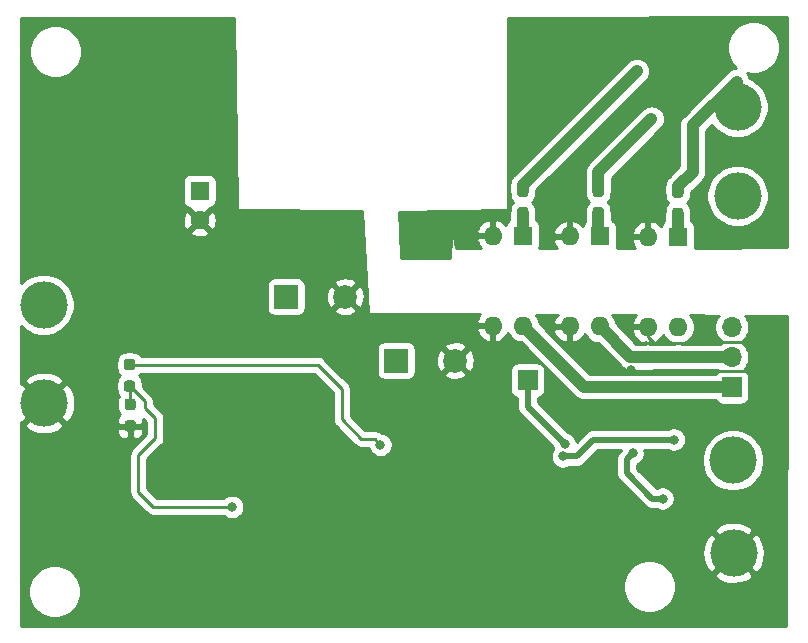
<source format=gbl>
%TF.GenerationSoftware,KiCad,Pcbnew,5.1.10*%
%TF.CreationDate,2021-12-10T15:48:24+01:00*%
%TF.ProjectId,Voeding,566f6564-696e-4672-9e6b-696361645f70,rev?*%
%TF.SameCoordinates,Original*%
%TF.FileFunction,Copper,L2,Bot*%
%TF.FilePolarity,Positive*%
%FSLAX46Y46*%
G04 Gerber Fmt 4.6, Leading zero omitted, Abs format (unit mm)*
G04 Created by KiCad (PCBNEW 5.1.10) date 2021-12-10 15:48:24*
%MOMM*%
%LPD*%
G01*
G04 APERTURE LIST*
%TA.AperFunction,ComponentPad*%
%ADD10C,2.000000*%
%TD*%
%TA.AperFunction,ComponentPad*%
%ADD11R,2.000000X2.000000*%
%TD*%
%TA.AperFunction,ComponentPad*%
%ADD12O,1.600000X1.600000*%
%TD*%
%TA.AperFunction,ComponentPad*%
%ADD13R,1.600000X1.600000*%
%TD*%
%TA.AperFunction,ComponentPad*%
%ADD14O,1.700000X1.700000*%
%TD*%
%TA.AperFunction,ComponentPad*%
%ADD15R,1.700000X1.700000*%
%TD*%
%TA.AperFunction,ComponentPad*%
%ADD16C,4.000000*%
%TD*%
%TA.AperFunction,ComponentPad*%
%ADD17C,1.600000*%
%TD*%
%TA.AperFunction,ViaPad*%
%ADD18C,0.800000*%
%TD*%
%TA.AperFunction,Conductor*%
%ADD19C,0.250000*%
%TD*%
%TA.AperFunction,Conductor*%
%ADD20C,1.000000*%
%TD*%
%TA.AperFunction,Conductor*%
%ADD21C,0.500000*%
%TD*%
%TA.AperFunction,Conductor*%
%ADD22C,0.254000*%
%TD*%
%TA.AperFunction,Conductor*%
%ADD23C,0.150000*%
%TD*%
G04 APERTURE END LIST*
D10*
%TO.P,C2,2*%
%TO.N,GND*%
X110277920Y-64455040D03*
D11*
%TO.P,C2,1*%
%TO.N,VDC*%
X105277920Y-64455040D03*
%TD*%
D12*
%TO.P,U12,4*%
%TO.N,~3.3V_ISO_OV*%
X125310000Y-66900000D03*
%TO.P,U12,2*%
%TO.N,Earth*%
X122770000Y-59280000D03*
%TO.P,U12,3*%
%TO.N,GND*%
X122770000Y-66900000D03*
D13*
%TO.P,U12,1*%
%TO.N,Net-(R18-Pad1)*%
X125310000Y-59280000D03*
%TD*%
D12*
%TO.P,U11,4*%
%TO.N,+3.3V_ISO_UV*%
X131823000Y-66980001D03*
%TO.P,U11,2*%
%TO.N,Earth*%
X129283000Y-59360001D03*
%TO.P,U11,3*%
%TO.N,GND*%
X129283000Y-66980001D03*
D13*
%TO.P,U11,1*%
%TO.N,Net-(R16-Pad1)*%
X131823000Y-59360001D03*
%TD*%
D12*
%TO.P,U10,4*%
%TO.N,+3.3V_ISO_present*%
X138446000Y-67020000D03*
%TO.P,U10,2*%
%TO.N,Earth*%
X135906000Y-59400000D03*
%TO.P,U10,3*%
%TO.N,GND*%
X135906000Y-67020000D03*
D13*
%TO.P,U10,1*%
%TO.N,Net-(R13-Pad2)*%
X138446000Y-59400000D03*
%TD*%
%TO.P,R18,2*%
%TO.N,3.9OVLO*%
%TA.AperFunction,SMDPad,CuDef*%
G36*
G01*
X125547500Y-56017500D02*
X125072500Y-56017500D01*
G75*
G02*
X124835000Y-55780000I0J237500D01*
G01*
X124835000Y-55280000D01*
G75*
G02*
X125072500Y-55042500I237500J0D01*
G01*
X125547500Y-55042500D01*
G75*
G02*
X125785000Y-55280000I0J-237500D01*
G01*
X125785000Y-55780000D01*
G75*
G02*
X125547500Y-56017500I-237500J0D01*
G01*
G37*
%TD.AperFunction*%
%TO.P,R18,1*%
%TO.N,Net-(R18-Pad1)*%
%TA.AperFunction,SMDPad,CuDef*%
G36*
G01*
X125547500Y-57842500D02*
X125072500Y-57842500D01*
G75*
G02*
X124835000Y-57605000I0J237500D01*
G01*
X124835000Y-57105000D01*
G75*
G02*
X125072500Y-56867500I237500J0D01*
G01*
X125547500Y-56867500D01*
G75*
G02*
X125785000Y-57105000I0J-237500D01*
G01*
X125785000Y-57605000D01*
G75*
G02*
X125547500Y-57842500I-237500J0D01*
G01*
G37*
%TD.AperFunction*%
%TD*%
%TO.P,R16,2*%
%TO.N,3.3UVLO*%
%TA.AperFunction,SMDPad,CuDef*%
G36*
G01*
X131927500Y-56015000D02*
X131452500Y-56015000D01*
G75*
G02*
X131215000Y-55777500I0J237500D01*
G01*
X131215000Y-55277500D01*
G75*
G02*
X131452500Y-55040000I237500J0D01*
G01*
X131927500Y-55040000D01*
G75*
G02*
X132165000Y-55277500I0J-237500D01*
G01*
X132165000Y-55777500D01*
G75*
G02*
X131927500Y-56015000I-237500J0D01*
G01*
G37*
%TD.AperFunction*%
%TO.P,R16,1*%
%TO.N,Net-(R16-Pad1)*%
%TA.AperFunction,SMDPad,CuDef*%
G36*
G01*
X131927500Y-57840000D02*
X131452500Y-57840000D01*
G75*
G02*
X131215000Y-57602500I0J237500D01*
G01*
X131215000Y-57102500D01*
G75*
G02*
X131452500Y-56865000I237500J0D01*
G01*
X131927500Y-56865000D01*
G75*
G02*
X132165000Y-57102500I0J-237500D01*
G01*
X132165000Y-57602500D01*
G75*
G02*
X131927500Y-57840000I-237500J0D01*
G01*
G37*
%TD.AperFunction*%
%TD*%
%TO.P,R13,2*%
%TO.N,Net-(R13-Pad2)*%
%TA.AperFunction,SMDPad,CuDef*%
G36*
G01*
X138187500Y-56937500D02*
X138662500Y-56937500D01*
G75*
G02*
X138900000Y-57175000I0J-237500D01*
G01*
X138900000Y-57675000D01*
G75*
G02*
X138662500Y-57912500I-237500J0D01*
G01*
X138187500Y-57912500D01*
G75*
G02*
X137950000Y-57675000I0J237500D01*
G01*
X137950000Y-57175000D01*
G75*
G02*
X138187500Y-56937500I237500J0D01*
G01*
G37*
%TD.AperFunction*%
%TO.P,R13,1*%
%TO.N,+3.3VP*%
%TA.AperFunction,SMDPad,CuDef*%
G36*
G01*
X138187500Y-55112500D02*
X138662500Y-55112500D01*
G75*
G02*
X138900000Y-55350000I0J-237500D01*
G01*
X138900000Y-55850000D01*
G75*
G02*
X138662500Y-56087500I-237500J0D01*
G01*
X138187500Y-56087500D01*
G75*
G02*
X137950000Y-55850000I0J237500D01*
G01*
X137950000Y-55350000D01*
G75*
G02*
X138187500Y-55112500I237500J0D01*
G01*
G37*
%TD.AperFunction*%
%TD*%
%TO.P,R6,2*%
%TO.N,GND*%
%TA.AperFunction,SMDPad,CuDef*%
G36*
G01*
X91826280Y-74919560D02*
X92301280Y-74919560D01*
G75*
G02*
X92538780Y-75157060I0J-237500D01*
G01*
X92538780Y-75657060D01*
G75*
G02*
X92301280Y-75894560I-237500J0D01*
G01*
X91826280Y-75894560D01*
G75*
G02*
X91588780Y-75657060I0J237500D01*
G01*
X91588780Y-75157060D01*
G75*
G02*
X91826280Y-74919560I237500J0D01*
G01*
G37*
%TD.AperFunction*%
%TO.P,R6,1*%
%TO.N,V_FB*%
%TA.AperFunction,SMDPad,CuDef*%
G36*
G01*
X91826280Y-73094560D02*
X92301280Y-73094560D01*
G75*
G02*
X92538780Y-73332060I0J-237500D01*
G01*
X92538780Y-73832060D01*
G75*
G02*
X92301280Y-74069560I-237500J0D01*
G01*
X91826280Y-74069560D01*
G75*
G02*
X91588780Y-73832060I0J237500D01*
G01*
X91588780Y-73332060D01*
G75*
G02*
X91826280Y-73094560I237500J0D01*
G01*
G37*
%TD.AperFunction*%
%TD*%
%TO.P,R5,2*%
%TO.N,V_FB*%
%TA.AperFunction,SMDPad,CuDef*%
G36*
G01*
X91771460Y-71548180D02*
X92246460Y-71548180D01*
G75*
G02*
X92483960Y-71785680I0J-237500D01*
G01*
X92483960Y-72285680D01*
G75*
G02*
X92246460Y-72523180I-237500J0D01*
G01*
X91771460Y-72523180D01*
G75*
G02*
X91533960Y-72285680I0J237500D01*
G01*
X91533960Y-71785680D01*
G75*
G02*
X91771460Y-71548180I237500J0D01*
G01*
G37*
%TD.AperFunction*%
%TO.P,R5,1*%
%TO.N,+3V3*%
%TA.AperFunction,SMDPad,CuDef*%
G36*
G01*
X91771460Y-69723180D02*
X92246460Y-69723180D01*
G75*
G02*
X92483960Y-69960680I0J-237500D01*
G01*
X92483960Y-70460680D01*
G75*
G02*
X92246460Y-70698180I-237500J0D01*
G01*
X91771460Y-70698180D01*
G75*
G02*
X91533960Y-70460680I0J237500D01*
G01*
X91533960Y-69960680D01*
G75*
G02*
X91771460Y-69723180I237500J0D01*
G01*
G37*
%TD.AperFunction*%
%TD*%
D14*
%TO.P,J8,3*%
%TO.N,+3.3V_ISO_present*%
X143010000Y-67020000D03*
%TO.P,J8,2*%
%TO.N,+3.3V_ISO_UV*%
X143010000Y-69560000D03*
D15*
%TO.P,J8,1*%
%TO.N,~3.3V_ISO_OV*%
X143010000Y-72100000D03*
%TD*%
%TO.P,J7,1*%
%TO.N,3.3UVLO_m*%
X125704600Y-71516240D03*
%TD*%
D16*
%TO.P,J6,1*%
%TO.N,GND*%
X84780120Y-73466960D03*
%TD*%
%TO.P,J5,1*%
%TO.N,+3.3VA*%
X143103600Y-78313280D03*
%TD*%
%TO.P,J4,1*%
%TO.N,+3.3VP*%
X143484600Y-48374300D03*
%TD*%
%TO.P,J3,1*%
%TO.N,Net-(J3-Pad1)*%
X143484600Y-55905400D03*
%TD*%
%TO.P,J2,1*%
%TO.N,GND*%
X143159480Y-86141560D03*
%TD*%
%TO.P,J1,1*%
%TO.N,Net-(D6-Pad2)*%
X84729320Y-65130680D03*
%TD*%
D17*
%TO.P,C8,2*%
%TO.N,GND*%
X97942400Y-57999000D03*
D13*
%TO.P,C8,1*%
%TO.N,Net-(C8-Pad1)*%
X97942400Y-55499000D03*
%TD*%
D10*
%TO.P,C3,2*%
%TO.N,GND*%
X119593360Y-69865240D03*
D11*
%TO.P,C3,1*%
%TO.N,+3V3*%
X114593360Y-69865240D03*
%TD*%
D18*
%TO.N,GND*%
X99959160Y-80205580D03*
X98846640Y-79054960D03*
X103520240Y-79105760D03*
X103489760Y-80197960D03*
X102265480Y-80137000D03*
X101137720Y-80197960D03*
X102184200Y-79054960D03*
X101061520Y-79054960D03*
X99933760Y-79070200D03*
X98856800Y-80228440D03*
X97759520Y-80197960D03*
X97774760Y-79054960D03*
X96713040Y-80137000D03*
X96667320Y-79039720D03*
X95585280Y-79024480D03*
X95585280Y-80101440D03*
X94427040Y-78978760D03*
X94477840Y-80101440D03*
X96890840Y-73599040D03*
X98064320Y-73644760D03*
X99364800Y-73741280D03*
X100807520Y-73720960D03*
X102219760Y-73675240D03*
X103510080Y-73675240D03*
X94604840Y-72577960D03*
X95676720Y-72603360D03*
X96829880Y-72577960D03*
X98079560Y-72567800D03*
X99349560Y-72583040D03*
X100807520Y-72547480D03*
X102189280Y-72583040D03*
X103474520Y-72644000D03*
X94620080Y-73578720D03*
X95666560Y-73599040D03*
X123220480Y-78729840D03*
X123108720Y-79852520D03*
X123083320Y-77500480D03*
X117962680Y-77581760D03*
X117937280Y-79039720D03*
X118003320Y-80314800D03*
X118049040Y-81544160D03*
X123017280Y-80970120D03*
X133131560Y-74625200D03*
X134484561Y-70680000D03*
X92811600Y-48417480D03*
X92796360Y-47482760D03*
X91805760Y-47447200D03*
X92811600Y-46471840D03*
X136070782Y-79756000D03*
%TO.N,+3.3VP*%
X139750000Y-52190000D03*
%TO.N,V_FB*%
X100695760Y-82245200D03*
%TO.N,3.3UVLO_m*%
X128847653Y-76917653D03*
%TO.N,UVL_OVL_3.3_m_MOSF*%
X138100000Y-76550000D03*
X128700000Y-77970000D03*
%TO.N,Net-(R10-Pad2)*%
X134610000Y-77715000D03*
X137150000Y-81550000D03*
%TO.N,3.3UVLO*%
X136200000Y-49400000D03*
%TO.N,3.9OVLO*%
X134950000Y-45350000D03*
%TO.N,+3V3*%
X113248620Y-77002820D03*
%TD*%
D19*
%TO.N,GND*%
X134484561Y-70680000D02*
X134548641Y-70744080D01*
X134548641Y-70744080D02*
X145313400Y-70744080D01*
X135906000Y-67020000D02*
X135906000Y-67879720D01*
X135906000Y-67879720D02*
X136433560Y-68407280D01*
X141011720Y-68407280D02*
X141164120Y-68254880D01*
X136433560Y-68407280D02*
X141011720Y-68407280D01*
X141164120Y-68254880D02*
X146024600Y-68254880D01*
X136433560Y-68407280D02*
X135341360Y-68407280D01*
D20*
%TO.N,+3.3VP*%
X138425000Y-55600000D02*
X138425000Y-55125000D01*
X139687500Y-53862500D02*
X139687500Y-49962500D01*
X138425000Y-55125000D02*
X139687500Y-53862500D01*
X139687500Y-49962500D02*
X143400000Y-46250000D01*
D19*
%TO.N,V_FB*%
X92008960Y-73527240D02*
X92063780Y-73582060D01*
X92008960Y-72035680D02*
X92008960Y-73527240D01*
X93301641Y-73328361D02*
X93301641Y-73850321D01*
X92008960Y-72035680D02*
X93301641Y-73328361D01*
X100797360Y-82143600D02*
X100695760Y-82245200D01*
X100797360Y-82138520D02*
X100797360Y-82143600D01*
X94180660Y-74729340D02*
X94180660Y-76438760D01*
X93301641Y-73850321D02*
X94180660Y-74729340D01*
X94180660Y-76438760D02*
X92763340Y-77856080D01*
X92763340Y-77856080D02*
X92763340Y-80995520D01*
X94013020Y-82245200D02*
X100695760Y-82245200D01*
X92763340Y-80995520D02*
X94013020Y-82245200D01*
D21*
%TO.N,3.3UVLO_m*%
X125710000Y-73780000D02*
X128847653Y-76917653D01*
X125710000Y-71760000D02*
X125710000Y-73780000D01*
D20*
%TO.N,~3.3V_ISO_OV*%
X130510000Y-72100000D02*
X143010000Y-72100000D01*
X125310000Y-66900000D02*
X130510000Y-72100000D01*
%TO.N,+3.3V_ISO_UV*%
X136225998Y-69560000D02*
X136205998Y-69580000D01*
X143010000Y-69560000D02*
X136225998Y-69560000D01*
X134422999Y-69580000D02*
X131823000Y-66980001D01*
X136205998Y-69580000D02*
X134422999Y-69580000D01*
D21*
%TO.N,UVL_OVL_3.3_m_MOSF*%
X138100000Y-76550000D02*
X134270000Y-76550000D01*
X134270000Y-76550000D02*
X134260000Y-76560000D01*
X128700000Y-77970000D02*
X129890000Y-77970000D01*
X130915000Y-76915000D02*
X131270000Y-76560000D01*
X134260000Y-76560000D02*
X131270000Y-76560000D01*
X130915000Y-76945000D02*
X130915000Y-76915000D01*
X129890000Y-77970000D02*
X130915000Y-76945000D01*
%TO.N,Net-(R10-Pad2)*%
X134094880Y-78230120D02*
X134610000Y-77715000D01*
X137150000Y-81550000D02*
X136271760Y-81550000D01*
X136271760Y-81550000D02*
X134094880Y-79373120D01*
X134094880Y-79373120D02*
X134094880Y-78230120D01*
D20*
%TO.N,Net-(R13-Pad2)*%
X138425000Y-59379000D02*
X138446000Y-59400000D01*
X138425000Y-57425000D02*
X138425000Y-59379000D01*
%TO.N,3.3UVLO*%
X131690000Y-53910000D02*
X136200000Y-49400000D01*
X131690000Y-55527500D02*
X131690000Y-53910000D01*
%TO.N,3.9OVLO*%
X125310000Y-54990000D02*
X134950000Y-45350000D01*
X125310000Y-55530000D02*
X125310000Y-54990000D01*
%TO.N,Net-(R16-Pad1)*%
X131690000Y-59227001D02*
X131823000Y-59360001D01*
X131690000Y-57352500D02*
X131690000Y-59227001D01*
%TO.N,Net-(R18-Pad1)*%
X125310000Y-57355000D02*
X125310000Y-59280000D01*
D19*
%TO.N,+3V3*%
X109961680Y-74848720D02*
X111617760Y-76504800D01*
X107929680Y-70210680D02*
X92008960Y-70210680D01*
X109509560Y-71790560D02*
X109509560Y-71795640D01*
X109509560Y-71795640D02*
X109961680Y-72247760D01*
X109961680Y-72247760D02*
X109961680Y-74848720D01*
X109509560Y-71790560D02*
X107929680Y-70210680D01*
X112750600Y-76504800D02*
X113248620Y-77002820D01*
X111617760Y-76504800D02*
X112750600Y-76504800D01*
%TD*%
D22*
%TO.N,GND*%
X101071693Y-56989289D02*
X101074494Y-57014027D01*
X101082067Y-57037744D01*
X101094122Y-57059527D01*
X101110194Y-57078540D01*
X101129667Y-57094053D01*
X101151792Y-57105468D01*
X101175719Y-57112347D01*
X101197887Y-57114438D01*
X111650696Y-57179737D01*
X112181880Y-65803967D01*
X112185839Y-65828547D01*
X112194517Y-65851882D01*
X112207581Y-65873076D01*
X112224528Y-65891313D01*
X112244708Y-65905894D01*
X112267344Y-65916259D01*
X112291568Y-65922007D01*
X112308088Y-65923159D01*
X121691006Y-65963937D01*
X121617615Y-66044869D01*
X121472930Y-66286119D01*
X121378091Y-66550960D01*
X121499376Y-66773000D01*
X122643000Y-66773000D01*
X122643000Y-66753000D01*
X122897000Y-66753000D01*
X122897000Y-66773000D01*
X122917000Y-66773000D01*
X122917000Y-67027000D01*
X122897000Y-67027000D01*
X122897000Y-68169915D01*
X123119039Y-68291904D01*
X123253087Y-68251246D01*
X123507420Y-68131037D01*
X123733414Y-67963519D01*
X123922385Y-67755131D01*
X124033933Y-67569135D01*
X124038320Y-67579727D01*
X124195363Y-67814759D01*
X124395241Y-68014637D01*
X124630273Y-68171680D01*
X124891426Y-68279853D01*
X125132718Y-68327850D01*
X129668013Y-72863146D01*
X129703551Y-72906449D01*
X129746854Y-72941987D01*
X129746856Y-72941989D01*
X129876377Y-73048284D01*
X130073553Y-73153676D01*
X130287501Y-73218577D01*
X130510000Y-73240491D01*
X130565752Y-73235000D01*
X141592317Y-73235000D01*
X141629463Y-73304494D01*
X141708815Y-73401185D01*
X141805506Y-73480537D01*
X141915820Y-73539502D01*
X142035518Y-73575812D01*
X142160000Y-73588072D01*
X143860000Y-73588072D01*
X143984482Y-73575812D01*
X144104180Y-73539502D01*
X144214494Y-73480537D01*
X144311185Y-73401185D01*
X144390537Y-73304494D01*
X144449502Y-73194180D01*
X144485812Y-73074482D01*
X144498072Y-72950000D01*
X144498072Y-71250000D01*
X144485812Y-71125518D01*
X144449502Y-71005820D01*
X144390537Y-70895506D01*
X144311185Y-70798815D01*
X144214494Y-70719463D01*
X144104180Y-70660498D01*
X144031620Y-70638487D01*
X144163475Y-70506632D01*
X144325990Y-70263411D01*
X144437932Y-69993158D01*
X144495000Y-69706260D01*
X144495000Y-69413740D01*
X144437932Y-69126842D01*
X144325990Y-68856589D01*
X144163475Y-68613368D01*
X143956632Y-68406525D01*
X143782240Y-68290000D01*
X143956632Y-68173475D01*
X144163475Y-67966632D01*
X144325990Y-67723411D01*
X144437932Y-67453158D01*
X144495000Y-67166260D01*
X144495000Y-66873740D01*
X144437932Y-66586842D01*
X144325990Y-66316589D01*
X144163475Y-66073368D01*
X144151658Y-66061551D01*
X147654814Y-66076775D01*
X147625926Y-92354345D01*
X82798520Y-92309536D01*
X82798520Y-90255816D01*
X82799604Y-89213272D01*
X83439200Y-89213272D01*
X83439200Y-89653528D01*
X83525090Y-90085325D01*
X83693569Y-90492069D01*
X83938162Y-90858129D01*
X84249471Y-91169438D01*
X84615531Y-91414031D01*
X85022275Y-91582510D01*
X85454072Y-91668400D01*
X85894328Y-91668400D01*
X86326125Y-91582510D01*
X86732869Y-91414031D01*
X87098929Y-91169438D01*
X87410238Y-90858129D01*
X87654831Y-90492069D01*
X87823310Y-90085325D01*
X87909200Y-89653528D01*
X87909200Y-89213272D01*
X87825836Y-88794172D01*
X133769300Y-88794172D01*
X133769300Y-89234428D01*
X133855190Y-89666225D01*
X134023669Y-90072969D01*
X134268262Y-90439029D01*
X134579571Y-90750338D01*
X134945631Y-90994931D01*
X135352375Y-91163410D01*
X135784172Y-91249300D01*
X136224428Y-91249300D01*
X136656225Y-91163410D01*
X137062969Y-90994931D01*
X137429029Y-90750338D01*
X137740338Y-90439029D01*
X137984931Y-90072969D01*
X138153410Y-89666225D01*
X138239300Y-89234428D01*
X138239300Y-88794172D01*
X138153410Y-88362375D01*
X137998778Y-87989059D01*
X141491586Y-87989059D01*
X141707708Y-88355818D01*
X142167585Y-88596498D01*
X142665578Y-88742835D01*
X143182551Y-88789208D01*
X143698639Y-88733833D01*
X144194006Y-88578839D01*
X144611252Y-88355818D01*
X144827374Y-87989059D01*
X143159480Y-86321165D01*
X141491586Y-87989059D01*
X137998778Y-87989059D01*
X137984931Y-87955631D01*
X137740338Y-87589571D01*
X137429029Y-87278262D01*
X137062969Y-87033669D01*
X136656225Y-86865190D01*
X136224428Y-86779300D01*
X135784172Y-86779300D01*
X135352375Y-86865190D01*
X134945631Y-87033669D01*
X134579571Y-87278262D01*
X134268262Y-87589571D01*
X134023669Y-87955631D01*
X133855190Y-88362375D01*
X133769300Y-88794172D01*
X87825836Y-88794172D01*
X87823310Y-88781475D01*
X87654831Y-88374731D01*
X87410238Y-88008671D01*
X87098929Y-87697362D01*
X86732869Y-87452769D01*
X86326125Y-87284290D01*
X85894328Y-87198400D01*
X85454072Y-87198400D01*
X85022275Y-87284290D01*
X84615531Y-87452769D01*
X84249471Y-87697362D01*
X83938162Y-88008671D01*
X83693569Y-88374731D01*
X83525090Y-88781475D01*
X83439200Y-89213272D01*
X82799604Y-89213272D01*
X82802775Y-86164631D01*
X140511832Y-86164631D01*
X140567207Y-86680719D01*
X140722201Y-87176086D01*
X140945222Y-87593332D01*
X141311981Y-87809454D01*
X142979875Y-86141560D01*
X143339085Y-86141560D01*
X145006979Y-87809454D01*
X145373738Y-87593332D01*
X145614418Y-87133455D01*
X145760755Y-86635462D01*
X145807128Y-86118489D01*
X145751753Y-85602401D01*
X145596759Y-85107034D01*
X145373738Y-84689788D01*
X145006979Y-84473666D01*
X143339085Y-86141560D01*
X142979875Y-86141560D01*
X141311981Y-84473666D01*
X140945222Y-84689788D01*
X140704542Y-85149665D01*
X140558205Y-85647658D01*
X140511832Y-86164631D01*
X82802775Y-86164631D01*
X82804720Y-84294061D01*
X141491586Y-84294061D01*
X143159480Y-85961955D01*
X144827374Y-84294061D01*
X144611252Y-83927302D01*
X144151375Y-83686622D01*
X143653382Y-83540285D01*
X143136409Y-83493912D01*
X142620321Y-83549287D01*
X142124954Y-83704281D01*
X141707708Y-83927302D01*
X141491586Y-84294061D01*
X82804720Y-84294061D01*
X82814061Y-75314459D01*
X83112226Y-75314459D01*
X83328348Y-75681218D01*
X83788225Y-75921898D01*
X84286218Y-76068235D01*
X84803191Y-76114608D01*
X85319279Y-76059233D01*
X85814646Y-75904239D01*
X85832754Y-75894560D01*
X90950708Y-75894560D01*
X90962968Y-76019042D01*
X90999278Y-76138740D01*
X91058243Y-76249054D01*
X91137595Y-76345745D01*
X91234286Y-76425097D01*
X91344600Y-76484062D01*
X91464298Y-76520372D01*
X91588780Y-76532632D01*
X91778030Y-76529560D01*
X91936780Y-76370810D01*
X91936780Y-75534060D01*
X92190780Y-75534060D01*
X92190780Y-76370810D01*
X92349530Y-76529560D01*
X92538780Y-76532632D01*
X92663262Y-76520372D01*
X92782960Y-76484062D01*
X92893274Y-76425097D01*
X92989965Y-76345745D01*
X93069317Y-76249054D01*
X93128282Y-76138740D01*
X93164592Y-76019042D01*
X93176852Y-75894560D01*
X93173780Y-75692810D01*
X93015030Y-75534060D01*
X92190780Y-75534060D01*
X91936780Y-75534060D01*
X91112530Y-75534060D01*
X90953780Y-75692810D01*
X90950708Y-75894560D01*
X85832754Y-75894560D01*
X86231892Y-75681218D01*
X86448014Y-75314459D01*
X84780120Y-73646565D01*
X83112226Y-75314459D01*
X82814061Y-75314459D01*
X82814321Y-75065143D01*
X82932621Y-75134854D01*
X84600515Y-73466960D01*
X84959725Y-73466960D01*
X86627619Y-75134854D01*
X86994378Y-74918732D01*
X87235058Y-74458855D01*
X87381395Y-73960862D01*
X87427768Y-73443889D01*
X87372393Y-72927801D01*
X87217399Y-72432434D01*
X86994378Y-72015188D01*
X86627619Y-71799066D01*
X84959725Y-73466960D01*
X84600515Y-73466960D01*
X82932621Y-71799066D01*
X82817648Y-71866817D01*
X82817905Y-71619461D01*
X83112226Y-71619461D01*
X84780120Y-73287355D01*
X86448014Y-71619461D01*
X86231892Y-71252702D01*
X85772015Y-71012022D01*
X85274022Y-70865685D01*
X84757049Y-70819312D01*
X84240961Y-70874687D01*
X83745594Y-71029681D01*
X83328348Y-71252702D01*
X83112226Y-71619461D01*
X82817905Y-71619461D01*
X82819630Y-69960680D01*
X90895888Y-69960680D01*
X90895888Y-70460680D01*
X90912712Y-70631496D01*
X90962537Y-70795747D01*
X91043448Y-70947122D01*
X91152337Y-71079803D01*
X91205192Y-71123180D01*
X91152337Y-71166557D01*
X91043448Y-71299238D01*
X90962537Y-71450613D01*
X90912712Y-71614864D01*
X90895888Y-71785680D01*
X90895888Y-72285680D01*
X90912712Y-72456496D01*
X90962537Y-72620747D01*
X91043448Y-72772122D01*
X91101016Y-72842269D01*
X91098268Y-72845618D01*
X91017357Y-72996993D01*
X90967532Y-73161244D01*
X90950708Y-73332060D01*
X90950708Y-73832060D01*
X90967532Y-74002876D01*
X91017357Y-74167127D01*
X91098268Y-74318502D01*
X91187592Y-74427343D01*
X91137595Y-74468375D01*
X91058243Y-74565066D01*
X90999278Y-74675380D01*
X90962968Y-74795078D01*
X90950708Y-74919560D01*
X90953780Y-75121310D01*
X91112530Y-75280060D01*
X91936780Y-75280060D01*
X91936780Y-75260060D01*
X92190780Y-75260060D01*
X92190780Y-75280060D01*
X93015030Y-75280060D01*
X93173780Y-75121310D01*
X93176852Y-74919560D01*
X93164592Y-74795078D01*
X93161542Y-74785023D01*
X93420660Y-75044142D01*
X93420661Y-76123957D01*
X92252343Y-77292276D01*
X92223339Y-77316079D01*
X92177784Y-77371589D01*
X92128366Y-77431804D01*
X92095615Y-77493076D01*
X92057794Y-77563834D01*
X92014337Y-77707095D01*
X92003340Y-77818748D01*
X92003340Y-77818758D01*
X91999664Y-77856080D01*
X92003340Y-77893403D01*
X92003341Y-80958188D01*
X91999664Y-80995520D01*
X92014338Y-81144505D01*
X92057794Y-81287766D01*
X92128366Y-81419796D01*
X92197099Y-81503546D01*
X92223340Y-81535521D01*
X92252338Y-81559319D01*
X93449225Y-82756208D01*
X93473019Y-82785201D01*
X93502012Y-82808995D01*
X93502016Y-82808999D01*
X93550936Y-82849146D01*
X93588744Y-82880174D01*
X93720773Y-82950746D01*
X93864034Y-82994203D01*
X93975687Y-83005200D01*
X93975696Y-83005200D01*
X94013019Y-83008876D01*
X94050342Y-83005200D01*
X99992049Y-83005200D01*
X100035986Y-83049137D01*
X100205504Y-83162405D01*
X100393862Y-83240426D01*
X100593821Y-83280200D01*
X100797699Y-83280200D01*
X100997658Y-83240426D01*
X101186016Y-83162405D01*
X101355534Y-83049137D01*
X101499697Y-82904974D01*
X101612965Y-82735456D01*
X101690986Y-82547098D01*
X101730760Y-82347139D01*
X101730760Y-82143261D01*
X101690986Y-81943302D01*
X101612965Y-81754944D01*
X101499697Y-81585426D01*
X101355534Y-81441263D01*
X101186016Y-81327995D01*
X100997658Y-81249974D01*
X100797699Y-81210200D01*
X100593821Y-81210200D01*
X100393862Y-81249974D01*
X100205504Y-81327995D01*
X100035986Y-81441263D01*
X99992049Y-81485200D01*
X94327823Y-81485200D01*
X93523340Y-80680719D01*
X93523340Y-78170881D01*
X94691663Y-77002559D01*
X94720661Y-76978761D01*
X94815634Y-76863036D01*
X94886206Y-76731007D01*
X94929663Y-76587746D01*
X94940660Y-76476093D01*
X94940660Y-76476084D01*
X94944336Y-76438761D01*
X94940660Y-76401438D01*
X94940660Y-74766673D01*
X94944337Y-74729340D01*
X94929663Y-74580354D01*
X94886206Y-74437093D01*
X94815634Y-74305064D01*
X94744459Y-74218337D01*
X94720661Y-74189339D01*
X94691664Y-74165542D01*
X94061641Y-73535520D01*
X94061641Y-73365683D01*
X94065317Y-73328360D01*
X94061641Y-73291038D01*
X94061641Y-73291028D01*
X94050644Y-73179375D01*
X94007187Y-73036114D01*
X93983635Y-72992052D01*
X93936615Y-72904084D01*
X93865440Y-72817358D01*
X93841642Y-72788360D01*
X93812645Y-72764563D01*
X93122032Y-72073951D01*
X93122032Y-71785680D01*
X93105208Y-71614864D01*
X93055383Y-71450613D01*
X92974472Y-71299238D01*
X92865583Y-71166557D01*
X92812728Y-71123180D01*
X92865583Y-71079803D01*
X92955138Y-70970680D01*
X107614879Y-70970680D01*
X108922512Y-72278314D01*
X108969559Y-72335641D01*
X108998562Y-72359443D01*
X109201680Y-72562561D01*
X109201681Y-74811388D01*
X109198004Y-74848720D01*
X109212678Y-74997705D01*
X109256134Y-75140966D01*
X109326706Y-75272996D01*
X109397881Y-75359722D01*
X109421680Y-75388721D01*
X109450678Y-75412519D01*
X111053960Y-77015802D01*
X111077759Y-77044801D01*
X111193484Y-77139774D01*
X111325513Y-77210346D01*
X111468774Y-77253803D01*
X111580427Y-77264800D01*
X111580435Y-77264800D01*
X111617760Y-77268476D01*
X111655085Y-77264800D01*
X112245454Y-77264800D01*
X112253394Y-77304718D01*
X112331415Y-77493076D01*
X112444683Y-77662594D01*
X112588846Y-77806757D01*
X112758364Y-77920025D01*
X112946722Y-77998046D01*
X113146681Y-78037820D01*
X113350559Y-78037820D01*
X113550518Y-77998046D01*
X113738876Y-77920025D01*
X113908394Y-77806757D01*
X114052557Y-77662594D01*
X114165825Y-77493076D01*
X114243846Y-77304718D01*
X114283620Y-77104759D01*
X114283620Y-76900881D01*
X114243846Y-76700922D01*
X114165825Y-76512564D01*
X114052557Y-76343046D01*
X113908394Y-76198883D01*
X113738876Y-76085615D01*
X113550518Y-76007594D01*
X113350559Y-75967820D01*
X113293080Y-75967820D01*
X113290601Y-75964799D01*
X113174876Y-75869826D01*
X113042847Y-75799254D01*
X112899586Y-75755797D01*
X112787933Y-75744800D01*
X112787922Y-75744800D01*
X112750600Y-75741124D01*
X112713278Y-75744800D01*
X111932562Y-75744800D01*
X110721680Y-74533919D01*
X110721680Y-72285082D01*
X110725356Y-72247759D01*
X110721680Y-72210436D01*
X110721680Y-72210427D01*
X110710683Y-72098774D01*
X110667226Y-71955513D01*
X110596654Y-71823484D01*
X110501681Y-71707759D01*
X110472678Y-71683957D01*
X110096613Y-71307892D01*
X110049561Y-71250559D01*
X110020564Y-71226762D01*
X108493484Y-69699683D01*
X108469681Y-69670679D01*
X108353956Y-69575706D01*
X108221927Y-69505134D01*
X108078666Y-69461677D01*
X107967013Y-69450680D01*
X107967002Y-69450680D01*
X107929680Y-69447004D01*
X107892358Y-69450680D01*
X92955138Y-69450680D01*
X92865583Y-69341557D01*
X92732902Y-69232668D01*
X92581527Y-69151757D01*
X92417276Y-69101932D01*
X92246460Y-69085108D01*
X91771460Y-69085108D01*
X91600644Y-69101932D01*
X91436393Y-69151757D01*
X91285018Y-69232668D01*
X91152337Y-69341557D01*
X91043448Y-69474238D01*
X90962537Y-69625613D01*
X90912712Y-69789864D01*
X90895888Y-69960680D01*
X82819630Y-69960680D01*
X82820769Y-68865240D01*
X112955288Y-68865240D01*
X112955288Y-70865240D01*
X112967548Y-70989722D01*
X113003858Y-71109420D01*
X113062823Y-71219734D01*
X113142175Y-71316425D01*
X113238866Y-71395777D01*
X113349180Y-71454742D01*
X113468878Y-71491052D01*
X113593360Y-71503312D01*
X115593360Y-71503312D01*
X115717842Y-71491052D01*
X115837540Y-71454742D01*
X115947854Y-71395777D01*
X116044545Y-71316425D01*
X116123897Y-71219734D01*
X116182862Y-71109420D01*
X116215856Y-71000653D01*
X118637552Y-71000653D01*
X118733316Y-71265054D01*
X119022931Y-71405944D01*
X119334468Y-71487624D01*
X119655955Y-71506958D01*
X119975035Y-71463201D01*
X120279448Y-71358035D01*
X120453404Y-71265054D01*
X120549168Y-71000653D01*
X119593360Y-70044845D01*
X118637552Y-71000653D01*
X116215856Y-71000653D01*
X116219172Y-70989722D01*
X116231432Y-70865240D01*
X116231432Y-69927835D01*
X117951642Y-69927835D01*
X117995399Y-70246915D01*
X118100565Y-70551328D01*
X118193546Y-70725284D01*
X118457947Y-70821048D01*
X119413755Y-69865240D01*
X119772965Y-69865240D01*
X120728773Y-70821048D01*
X120993174Y-70725284D01*
X121021897Y-70666240D01*
X124216528Y-70666240D01*
X124216528Y-72366240D01*
X124228788Y-72490722D01*
X124265098Y-72610420D01*
X124324063Y-72720734D01*
X124403415Y-72817425D01*
X124500106Y-72896777D01*
X124610420Y-72955742D01*
X124730118Y-72992052D01*
X124825001Y-73001397D01*
X124825001Y-73736521D01*
X124820719Y-73780000D01*
X124837805Y-73953490D01*
X124888412Y-74120313D01*
X124970590Y-74274059D01*
X125053468Y-74375046D01*
X125053471Y-74375049D01*
X125081184Y-74408817D01*
X125114951Y-74436529D01*
X127841118Y-77162697D01*
X127852427Y-77219551D01*
X127892312Y-77315840D01*
X127782795Y-77479744D01*
X127704774Y-77668102D01*
X127665000Y-77868061D01*
X127665000Y-78071939D01*
X127704774Y-78271898D01*
X127782795Y-78460256D01*
X127896063Y-78629774D01*
X128040226Y-78773937D01*
X128209744Y-78887205D01*
X128398102Y-78965226D01*
X128598061Y-79005000D01*
X128801939Y-79005000D01*
X129001898Y-78965226D01*
X129190256Y-78887205D01*
X129238454Y-78855000D01*
X129846531Y-78855000D01*
X129890000Y-78859281D01*
X129933469Y-78855000D01*
X129933477Y-78855000D01*
X130063490Y-78842195D01*
X130230313Y-78791589D01*
X130384059Y-78709411D01*
X130518817Y-78598817D01*
X130546534Y-78565044D01*
X131510050Y-77601529D01*
X131543817Y-77573817D01*
X131621022Y-77479744D01*
X131649535Y-77445000D01*
X133608429Y-77445000D01*
X133603465Y-77469957D01*
X133499832Y-77573590D01*
X133466064Y-77601303D01*
X133438351Y-77635071D01*
X133438348Y-77635074D01*
X133355470Y-77736061D01*
X133273292Y-77889807D01*
X133222685Y-78056630D01*
X133205599Y-78230120D01*
X133209881Y-78273598D01*
X133209880Y-79329650D01*
X133205599Y-79373120D01*
X133209880Y-79416589D01*
X133209880Y-79416596D01*
X133222685Y-79546609D01*
X133273291Y-79713432D01*
X133355469Y-79867178D01*
X133466063Y-80001937D01*
X133499836Y-80029654D01*
X135615230Y-82145049D01*
X135642943Y-82178817D01*
X135676711Y-82206530D01*
X135676713Y-82206532D01*
X135723829Y-82245199D01*
X135777701Y-82289411D01*
X135931447Y-82371589D01*
X136098270Y-82422195D01*
X136228283Y-82435000D01*
X136228293Y-82435000D01*
X136271759Y-82439281D01*
X136315225Y-82435000D01*
X136611546Y-82435000D01*
X136659744Y-82467205D01*
X136848102Y-82545226D01*
X137048061Y-82585000D01*
X137251939Y-82585000D01*
X137451898Y-82545226D01*
X137640256Y-82467205D01*
X137809774Y-82353937D01*
X137953937Y-82209774D01*
X138067205Y-82040256D01*
X138145226Y-81851898D01*
X138185000Y-81651939D01*
X138185000Y-81448061D01*
X138145226Y-81248102D01*
X138067205Y-81059744D01*
X137953937Y-80890226D01*
X137809774Y-80746063D01*
X137640256Y-80632795D01*
X137451898Y-80554774D01*
X137251939Y-80515000D01*
X137048061Y-80515000D01*
X136848102Y-80554774D01*
X136659744Y-80632795D01*
X136627607Y-80654268D01*
X134979880Y-79006542D01*
X134979880Y-78682067D01*
X135100256Y-78632205D01*
X135269774Y-78518937D01*
X135413937Y-78374774D01*
X135527205Y-78205256D01*
X135589959Y-78053755D01*
X140468600Y-78053755D01*
X140468600Y-78572805D01*
X140569861Y-79081881D01*
X140768493Y-79561421D01*
X141056862Y-79992995D01*
X141423885Y-80360018D01*
X141855459Y-80648387D01*
X142334999Y-80847019D01*
X142844075Y-80948280D01*
X143363125Y-80948280D01*
X143872201Y-80847019D01*
X144351741Y-80648387D01*
X144783315Y-80360018D01*
X145150338Y-79992995D01*
X145438707Y-79561421D01*
X145637339Y-79081881D01*
X145738600Y-78572805D01*
X145738600Y-78053755D01*
X145637339Y-77544679D01*
X145438707Y-77065139D01*
X145150338Y-76633565D01*
X144783315Y-76266542D01*
X144351741Y-75978173D01*
X143872201Y-75779541D01*
X143363125Y-75678280D01*
X142844075Y-75678280D01*
X142334999Y-75779541D01*
X141855459Y-75978173D01*
X141423885Y-76266542D01*
X141056862Y-76633565D01*
X140768493Y-77065139D01*
X140569861Y-77544679D01*
X140468600Y-78053755D01*
X135589959Y-78053755D01*
X135605226Y-78016898D01*
X135645000Y-77816939D01*
X135645000Y-77613061D01*
X135609582Y-77435000D01*
X137561546Y-77435000D01*
X137609744Y-77467205D01*
X137798102Y-77545226D01*
X137998061Y-77585000D01*
X138201939Y-77585000D01*
X138401898Y-77545226D01*
X138590256Y-77467205D01*
X138759774Y-77353937D01*
X138903937Y-77209774D01*
X139017205Y-77040256D01*
X139095226Y-76851898D01*
X139135000Y-76651939D01*
X139135000Y-76448061D01*
X139095226Y-76248102D01*
X139017205Y-76059744D01*
X138903937Y-75890226D01*
X138759774Y-75746063D01*
X138590256Y-75632795D01*
X138401898Y-75554774D01*
X138201939Y-75515000D01*
X137998061Y-75515000D01*
X137798102Y-75554774D01*
X137609744Y-75632795D01*
X137561546Y-75665000D01*
X134313465Y-75665000D01*
X134269999Y-75660719D01*
X134226533Y-75665000D01*
X134226523Y-75665000D01*
X134124990Y-75675000D01*
X131313469Y-75675000D01*
X131270000Y-75670719D01*
X131226531Y-75675000D01*
X131226523Y-75675000D01*
X131096510Y-75687805D01*
X130929687Y-75738411D01*
X130775941Y-75820589D01*
X130641183Y-75931183D01*
X130613468Y-75964954D01*
X130319955Y-76258467D01*
X130286183Y-76286183D01*
X130175589Y-76420941D01*
X130161935Y-76446486D01*
X129867730Y-76740691D01*
X129842879Y-76615755D01*
X129764858Y-76427397D01*
X129651590Y-76257879D01*
X129507427Y-76113716D01*
X129337909Y-76000448D01*
X129149551Y-75922427D01*
X129092697Y-75911118D01*
X126595000Y-73413422D01*
X126595000Y-73000333D01*
X126679082Y-72992052D01*
X126798780Y-72955742D01*
X126909094Y-72896777D01*
X127005785Y-72817425D01*
X127085137Y-72720734D01*
X127144102Y-72610420D01*
X127180412Y-72490722D01*
X127192672Y-72366240D01*
X127192672Y-70666240D01*
X127180412Y-70541758D01*
X127144102Y-70422060D01*
X127085137Y-70311746D01*
X127005785Y-70215055D01*
X126909094Y-70135703D01*
X126798780Y-70076738D01*
X126679082Y-70040428D01*
X126554600Y-70028168D01*
X124854600Y-70028168D01*
X124730118Y-70040428D01*
X124610420Y-70076738D01*
X124500106Y-70135703D01*
X124403415Y-70215055D01*
X124324063Y-70311746D01*
X124265098Y-70422060D01*
X124228788Y-70541758D01*
X124216528Y-70666240D01*
X121021897Y-70666240D01*
X121134064Y-70435669D01*
X121215744Y-70124132D01*
X121235078Y-69802645D01*
X121191321Y-69483565D01*
X121086155Y-69179152D01*
X120993174Y-69005196D01*
X120728773Y-68909432D01*
X119772965Y-69865240D01*
X119413755Y-69865240D01*
X118457947Y-68909432D01*
X118193546Y-69005196D01*
X118052656Y-69294811D01*
X117970976Y-69606348D01*
X117951642Y-69927835D01*
X116231432Y-69927835D01*
X116231432Y-68865240D01*
X116219172Y-68740758D01*
X116215857Y-68729827D01*
X118637552Y-68729827D01*
X119593360Y-69685635D01*
X120549168Y-68729827D01*
X120453404Y-68465426D01*
X120163789Y-68324536D01*
X119852252Y-68242856D01*
X119530765Y-68223522D01*
X119211685Y-68267279D01*
X118907272Y-68372445D01*
X118733316Y-68465426D01*
X118637552Y-68729827D01*
X116215857Y-68729827D01*
X116182862Y-68621060D01*
X116123897Y-68510746D01*
X116044545Y-68414055D01*
X115947854Y-68334703D01*
X115837540Y-68275738D01*
X115717842Y-68239428D01*
X115593360Y-68227168D01*
X113593360Y-68227168D01*
X113468878Y-68239428D01*
X113349180Y-68275738D01*
X113238866Y-68334703D01*
X113142175Y-68414055D01*
X113062823Y-68510746D01*
X113003858Y-68621060D01*
X112967548Y-68740758D01*
X112955288Y-68865240D01*
X82820769Y-68865240D01*
X82822761Y-66950574D01*
X83049605Y-67177418D01*
X83481179Y-67465787D01*
X83960719Y-67664419D01*
X84469795Y-67765680D01*
X84988845Y-67765680D01*
X85497921Y-67664419D01*
X85977461Y-67465787D01*
X86301845Y-67249040D01*
X121378091Y-67249040D01*
X121472930Y-67513881D01*
X121617615Y-67755131D01*
X121806586Y-67963519D01*
X122032580Y-68131037D01*
X122286913Y-68251246D01*
X122420961Y-68291904D01*
X122643000Y-68169915D01*
X122643000Y-67027000D01*
X121499376Y-67027000D01*
X121378091Y-67249040D01*
X86301845Y-67249040D01*
X86409035Y-67177418D01*
X86776058Y-66810395D01*
X87064427Y-66378821D01*
X87263059Y-65899281D01*
X87364320Y-65390205D01*
X87364320Y-64871155D01*
X87263059Y-64362079D01*
X87064427Y-63882539D01*
X86778781Y-63455040D01*
X103639848Y-63455040D01*
X103639848Y-65455040D01*
X103652108Y-65579522D01*
X103688418Y-65699220D01*
X103747383Y-65809534D01*
X103826735Y-65906225D01*
X103923426Y-65985577D01*
X104033740Y-66044542D01*
X104153438Y-66080852D01*
X104277920Y-66093112D01*
X106277920Y-66093112D01*
X106402402Y-66080852D01*
X106522100Y-66044542D01*
X106632414Y-65985577D01*
X106729105Y-65906225D01*
X106808457Y-65809534D01*
X106867422Y-65699220D01*
X106900416Y-65590453D01*
X109322112Y-65590453D01*
X109417876Y-65854854D01*
X109707491Y-65995744D01*
X110019028Y-66077424D01*
X110340515Y-66096758D01*
X110659595Y-66053001D01*
X110964008Y-65947835D01*
X111137964Y-65854854D01*
X111233728Y-65590453D01*
X110277920Y-64634645D01*
X109322112Y-65590453D01*
X106900416Y-65590453D01*
X106903732Y-65579522D01*
X106915992Y-65455040D01*
X106915992Y-64517635D01*
X108636202Y-64517635D01*
X108679959Y-64836715D01*
X108785125Y-65141128D01*
X108878106Y-65315084D01*
X109142507Y-65410848D01*
X110098315Y-64455040D01*
X110457525Y-64455040D01*
X111413333Y-65410848D01*
X111677734Y-65315084D01*
X111818624Y-65025469D01*
X111900304Y-64713932D01*
X111919638Y-64392445D01*
X111875881Y-64073365D01*
X111770715Y-63768952D01*
X111677734Y-63594996D01*
X111413333Y-63499232D01*
X110457525Y-64455040D01*
X110098315Y-64455040D01*
X109142507Y-63499232D01*
X108878106Y-63594996D01*
X108737216Y-63884611D01*
X108655536Y-64196148D01*
X108636202Y-64517635D01*
X106915992Y-64517635D01*
X106915992Y-63455040D01*
X106903732Y-63330558D01*
X106900417Y-63319627D01*
X109322112Y-63319627D01*
X110277920Y-64275435D01*
X111233728Y-63319627D01*
X111137964Y-63055226D01*
X110848349Y-62914336D01*
X110536812Y-62832656D01*
X110215325Y-62813322D01*
X109896245Y-62857079D01*
X109591832Y-62962245D01*
X109417876Y-63055226D01*
X109322112Y-63319627D01*
X106900417Y-63319627D01*
X106867422Y-63210860D01*
X106808457Y-63100546D01*
X106729105Y-63003855D01*
X106632414Y-62924503D01*
X106522100Y-62865538D01*
X106402402Y-62829228D01*
X106277920Y-62816968D01*
X104277920Y-62816968D01*
X104153438Y-62829228D01*
X104033740Y-62865538D01*
X103923426Y-62924503D01*
X103826735Y-63003855D01*
X103747383Y-63100546D01*
X103688418Y-63210860D01*
X103652108Y-63330558D01*
X103639848Y-63455040D01*
X86778781Y-63455040D01*
X86776058Y-63450965D01*
X86409035Y-63083942D01*
X85977461Y-62795573D01*
X85497921Y-62596941D01*
X84988845Y-62495680D01*
X84469795Y-62495680D01*
X83960719Y-62596941D01*
X83481179Y-62795573D01*
X83049605Y-63083942D01*
X82826551Y-63306996D01*
X82831038Y-58991702D01*
X97129303Y-58991702D01*
X97200886Y-59235671D01*
X97456396Y-59356571D01*
X97730584Y-59425300D01*
X98012912Y-59439217D01*
X98292530Y-59397787D01*
X98558692Y-59302603D01*
X98683914Y-59235671D01*
X98755497Y-58991702D01*
X97942400Y-58178605D01*
X97129303Y-58991702D01*
X82831038Y-58991702D01*
X82831998Y-58069512D01*
X96502183Y-58069512D01*
X96543613Y-58349130D01*
X96638797Y-58615292D01*
X96705729Y-58740514D01*
X96949698Y-58812097D01*
X97762795Y-57999000D01*
X98122005Y-57999000D01*
X98935102Y-58812097D01*
X99179071Y-58740514D01*
X99299971Y-58485004D01*
X99368700Y-58210816D01*
X99382617Y-57928488D01*
X99341187Y-57648870D01*
X99246003Y-57382708D01*
X99179071Y-57257486D01*
X98935102Y-57185903D01*
X98122005Y-57999000D01*
X97762795Y-57999000D01*
X96949698Y-57185903D01*
X96705729Y-57257486D01*
X96584829Y-57512996D01*
X96516100Y-57787184D01*
X96502183Y-58069512D01*
X82831998Y-58069512D01*
X82835503Y-54699000D01*
X96504328Y-54699000D01*
X96504328Y-56299000D01*
X96516588Y-56423482D01*
X96552898Y-56543180D01*
X96611863Y-56653494D01*
X96691215Y-56750185D01*
X96787906Y-56829537D01*
X96898220Y-56888502D01*
X97017918Y-56924812D01*
X97142400Y-56937072D01*
X97149615Y-56937072D01*
X97129303Y-57006298D01*
X97942400Y-57819395D01*
X98755497Y-57006298D01*
X98735185Y-56937072D01*
X98742400Y-56937072D01*
X98866882Y-56924812D01*
X98986580Y-56888502D01*
X99096894Y-56829537D01*
X99193585Y-56750185D01*
X99272937Y-56653494D01*
X99331902Y-56543180D01*
X99368212Y-56423482D01*
X99380472Y-56299000D01*
X99380472Y-54699000D01*
X99368212Y-54574518D01*
X99331902Y-54454820D01*
X99272937Y-54344506D01*
X99193585Y-54247815D01*
X99096894Y-54168463D01*
X98986580Y-54109498D01*
X98866882Y-54073188D01*
X98742400Y-54060928D01*
X97142400Y-54060928D01*
X97017918Y-54073188D01*
X96898220Y-54109498D01*
X96787906Y-54168463D01*
X96691215Y-54247815D01*
X96611863Y-54344506D01*
X96552898Y-54454820D01*
X96516588Y-54574518D01*
X96504328Y-54699000D01*
X82835503Y-54699000D01*
X82847186Y-43467872D01*
X83490000Y-43467872D01*
X83490000Y-43908128D01*
X83575890Y-44339925D01*
X83744369Y-44746669D01*
X83988962Y-45112729D01*
X84300271Y-45424038D01*
X84666331Y-45668631D01*
X85073075Y-45837110D01*
X85504872Y-45923000D01*
X85945128Y-45923000D01*
X86376925Y-45837110D01*
X86783669Y-45668631D01*
X87149729Y-45424038D01*
X87461038Y-45112729D01*
X87705631Y-44746669D01*
X87874110Y-44339925D01*
X87960000Y-43908128D01*
X87960000Y-43467872D01*
X87874110Y-43036075D01*
X87705631Y-42629331D01*
X87461038Y-42263271D01*
X87149729Y-41951962D01*
X86783669Y-41707369D01*
X86376925Y-41538890D01*
X85945128Y-41453000D01*
X85504872Y-41453000D01*
X85073075Y-41538890D01*
X84666331Y-41707369D01*
X84300271Y-41951962D01*
X83988962Y-42263271D01*
X83744369Y-42629331D01*
X83575890Y-43036075D01*
X83490000Y-43467872D01*
X82847186Y-43467872D01*
X82849315Y-41421793D01*
X82856201Y-40882440D01*
X100836797Y-40854820D01*
X101071693Y-56989289D01*
%TA.AperFunction,Conductor*%
D23*
G36*
X101071693Y-56989289D02*
G01*
X101074494Y-57014027D01*
X101082067Y-57037744D01*
X101094122Y-57059527D01*
X101110194Y-57078540D01*
X101129667Y-57094053D01*
X101151792Y-57105468D01*
X101175719Y-57112347D01*
X101197887Y-57114438D01*
X111650696Y-57179737D01*
X112181880Y-65803967D01*
X112185839Y-65828547D01*
X112194517Y-65851882D01*
X112207581Y-65873076D01*
X112224528Y-65891313D01*
X112244708Y-65905894D01*
X112267344Y-65916259D01*
X112291568Y-65922007D01*
X112308088Y-65923159D01*
X121691006Y-65963937D01*
X121617615Y-66044869D01*
X121472930Y-66286119D01*
X121378091Y-66550960D01*
X121499376Y-66773000D01*
X122643000Y-66773000D01*
X122643000Y-66753000D01*
X122897000Y-66753000D01*
X122897000Y-66773000D01*
X122917000Y-66773000D01*
X122917000Y-67027000D01*
X122897000Y-67027000D01*
X122897000Y-68169915D01*
X123119039Y-68291904D01*
X123253087Y-68251246D01*
X123507420Y-68131037D01*
X123733414Y-67963519D01*
X123922385Y-67755131D01*
X124033933Y-67569135D01*
X124038320Y-67579727D01*
X124195363Y-67814759D01*
X124395241Y-68014637D01*
X124630273Y-68171680D01*
X124891426Y-68279853D01*
X125132718Y-68327850D01*
X129668013Y-72863146D01*
X129703551Y-72906449D01*
X129746854Y-72941987D01*
X129746856Y-72941989D01*
X129876377Y-73048284D01*
X130073553Y-73153676D01*
X130287501Y-73218577D01*
X130510000Y-73240491D01*
X130565752Y-73235000D01*
X141592317Y-73235000D01*
X141629463Y-73304494D01*
X141708815Y-73401185D01*
X141805506Y-73480537D01*
X141915820Y-73539502D01*
X142035518Y-73575812D01*
X142160000Y-73588072D01*
X143860000Y-73588072D01*
X143984482Y-73575812D01*
X144104180Y-73539502D01*
X144214494Y-73480537D01*
X144311185Y-73401185D01*
X144390537Y-73304494D01*
X144449502Y-73194180D01*
X144485812Y-73074482D01*
X144498072Y-72950000D01*
X144498072Y-71250000D01*
X144485812Y-71125518D01*
X144449502Y-71005820D01*
X144390537Y-70895506D01*
X144311185Y-70798815D01*
X144214494Y-70719463D01*
X144104180Y-70660498D01*
X144031620Y-70638487D01*
X144163475Y-70506632D01*
X144325990Y-70263411D01*
X144437932Y-69993158D01*
X144495000Y-69706260D01*
X144495000Y-69413740D01*
X144437932Y-69126842D01*
X144325990Y-68856589D01*
X144163475Y-68613368D01*
X143956632Y-68406525D01*
X143782240Y-68290000D01*
X143956632Y-68173475D01*
X144163475Y-67966632D01*
X144325990Y-67723411D01*
X144437932Y-67453158D01*
X144495000Y-67166260D01*
X144495000Y-66873740D01*
X144437932Y-66586842D01*
X144325990Y-66316589D01*
X144163475Y-66073368D01*
X144151658Y-66061551D01*
X147654814Y-66076775D01*
X147625926Y-92354345D01*
X82798520Y-92309536D01*
X82798520Y-90255816D01*
X82799604Y-89213272D01*
X83439200Y-89213272D01*
X83439200Y-89653528D01*
X83525090Y-90085325D01*
X83693569Y-90492069D01*
X83938162Y-90858129D01*
X84249471Y-91169438D01*
X84615531Y-91414031D01*
X85022275Y-91582510D01*
X85454072Y-91668400D01*
X85894328Y-91668400D01*
X86326125Y-91582510D01*
X86732869Y-91414031D01*
X87098929Y-91169438D01*
X87410238Y-90858129D01*
X87654831Y-90492069D01*
X87823310Y-90085325D01*
X87909200Y-89653528D01*
X87909200Y-89213272D01*
X87825836Y-88794172D01*
X133769300Y-88794172D01*
X133769300Y-89234428D01*
X133855190Y-89666225D01*
X134023669Y-90072969D01*
X134268262Y-90439029D01*
X134579571Y-90750338D01*
X134945631Y-90994931D01*
X135352375Y-91163410D01*
X135784172Y-91249300D01*
X136224428Y-91249300D01*
X136656225Y-91163410D01*
X137062969Y-90994931D01*
X137429029Y-90750338D01*
X137740338Y-90439029D01*
X137984931Y-90072969D01*
X138153410Y-89666225D01*
X138239300Y-89234428D01*
X138239300Y-88794172D01*
X138153410Y-88362375D01*
X137998778Y-87989059D01*
X141491586Y-87989059D01*
X141707708Y-88355818D01*
X142167585Y-88596498D01*
X142665578Y-88742835D01*
X143182551Y-88789208D01*
X143698639Y-88733833D01*
X144194006Y-88578839D01*
X144611252Y-88355818D01*
X144827374Y-87989059D01*
X143159480Y-86321165D01*
X141491586Y-87989059D01*
X137998778Y-87989059D01*
X137984931Y-87955631D01*
X137740338Y-87589571D01*
X137429029Y-87278262D01*
X137062969Y-87033669D01*
X136656225Y-86865190D01*
X136224428Y-86779300D01*
X135784172Y-86779300D01*
X135352375Y-86865190D01*
X134945631Y-87033669D01*
X134579571Y-87278262D01*
X134268262Y-87589571D01*
X134023669Y-87955631D01*
X133855190Y-88362375D01*
X133769300Y-88794172D01*
X87825836Y-88794172D01*
X87823310Y-88781475D01*
X87654831Y-88374731D01*
X87410238Y-88008671D01*
X87098929Y-87697362D01*
X86732869Y-87452769D01*
X86326125Y-87284290D01*
X85894328Y-87198400D01*
X85454072Y-87198400D01*
X85022275Y-87284290D01*
X84615531Y-87452769D01*
X84249471Y-87697362D01*
X83938162Y-88008671D01*
X83693569Y-88374731D01*
X83525090Y-88781475D01*
X83439200Y-89213272D01*
X82799604Y-89213272D01*
X82802775Y-86164631D01*
X140511832Y-86164631D01*
X140567207Y-86680719D01*
X140722201Y-87176086D01*
X140945222Y-87593332D01*
X141311981Y-87809454D01*
X142979875Y-86141560D01*
X143339085Y-86141560D01*
X145006979Y-87809454D01*
X145373738Y-87593332D01*
X145614418Y-87133455D01*
X145760755Y-86635462D01*
X145807128Y-86118489D01*
X145751753Y-85602401D01*
X145596759Y-85107034D01*
X145373738Y-84689788D01*
X145006979Y-84473666D01*
X143339085Y-86141560D01*
X142979875Y-86141560D01*
X141311981Y-84473666D01*
X140945222Y-84689788D01*
X140704542Y-85149665D01*
X140558205Y-85647658D01*
X140511832Y-86164631D01*
X82802775Y-86164631D01*
X82804720Y-84294061D01*
X141491586Y-84294061D01*
X143159480Y-85961955D01*
X144827374Y-84294061D01*
X144611252Y-83927302D01*
X144151375Y-83686622D01*
X143653382Y-83540285D01*
X143136409Y-83493912D01*
X142620321Y-83549287D01*
X142124954Y-83704281D01*
X141707708Y-83927302D01*
X141491586Y-84294061D01*
X82804720Y-84294061D01*
X82814061Y-75314459D01*
X83112226Y-75314459D01*
X83328348Y-75681218D01*
X83788225Y-75921898D01*
X84286218Y-76068235D01*
X84803191Y-76114608D01*
X85319279Y-76059233D01*
X85814646Y-75904239D01*
X85832754Y-75894560D01*
X90950708Y-75894560D01*
X90962968Y-76019042D01*
X90999278Y-76138740D01*
X91058243Y-76249054D01*
X91137595Y-76345745D01*
X91234286Y-76425097D01*
X91344600Y-76484062D01*
X91464298Y-76520372D01*
X91588780Y-76532632D01*
X91778030Y-76529560D01*
X91936780Y-76370810D01*
X91936780Y-75534060D01*
X92190780Y-75534060D01*
X92190780Y-76370810D01*
X92349530Y-76529560D01*
X92538780Y-76532632D01*
X92663262Y-76520372D01*
X92782960Y-76484062D01*
X92893274Y-76425097D01*
X92989965Y-76345745D01*
X93069317Y-76249054D01*
X93128282Y-76138740D01*
X93164592Y-76019042D01*
X93176852Y-75894560D01*
X93173780Y-75692810D01*
X93015030Y-75534060D01*
X92190780Y-75534060D01*
X91936780Y-75534060D01*
X91112530Y-75534060D01*
X90953780Y-75692810D01*
X90950708Y-75894560D01*
X85832754Y-75894560D01*
X86231892Y-75681218D01*
X86448014Y-75314459D01*
X84780120Y-73646565D01*
X83112226Y-75314459D01*
X82814061Y-75314459D01*
X82814321Y-75065143D01*
X82932621Y-75134854D01*
X84600515Y-73466960D01*
X84959725Y-73466960D01*
X86627619Y-75134854D01*
X86994378Y-74918732D01*
X87235058Y-74458855D01*
X87381395Y-73960862D01*
X87427768Y-73443889D01*
X87372393Y-72927801D01*
X87217399Y-72432434D01*
X86994378Y-72015188D01*
X86627619Y-71799066D01*
X84959725Y-73466960D01*
X84600515Y-73466960D01*
X82932621Y-71799066D01*
X82817648Y-71866817D01*
X82817905Y-71619461D01*
X83112226Y-71619461D01*
X84780120Y-73287355D01*
X86448014Y-71619461D01*
X86231892Y-71252702D01*
X85772015Y-71012022D01*
X85274022Y-70865685D01*
X84757049Y-70819312D01*
X84240961Y-70874687D01*
X83745594Y-71029681D01*
X83328348Y-71252702D01*
X83112226Y-71619461D01*
X82817905Y-71619461D01*
X82819630Y-69960680D01*
X90895888Y-69960680D01*
X90895888Y-70460680D01*
X90912712Y-70631496D01*
X90962537Y-70795747D01*
X91043448Y-70947122D01*
X91152337Y-71079803D01*
X91205192Y-71123180D01*
X91152337Y-71166557D01*
X91043448Y-71299238D01*
X90962537Y-71450613D01*
X90912712Y-71614864D01*
X90895888Y-71785680D01*
X90895888Y-72285680D01*
X90912712Y-72456496D01*
X90962537Y-72620747D01*
X91043448Y-72772122D01*
X91101016Y-72842269D01*
X91098268Y-72845618D01*
X91017357Y-72996993D01*
X90967532Y-73161244D01*
X90950708Y-73332060D01*
X90950708Y-73832060D01*
X90967532Y-74002876D01*
X91017357Y-74167127D01*
X91098268Y-74318502D01*
X91187592Y-74427343D01*
X91137595Y-74468375D01*
X91058243Y-74565066D01*
X90999278Y-74675380D01*
X90962968Y-74795078D01*
X90950708Y-74919560D01*
X90953780Y-75121310D01*
X91112530Y-75280060D01*
X91936780Y-75280060D01*
X91936780Y-75260060D01*
X92190780Y-75260060D01*
X92190780Y-75280060D01*
X93015030Y-75280060D01*
X93173780Y-75121310D01*
X93176852Y-74919560D01*
X93164592Y-74795078D01*
X93161542Y-74785023D01*
X93420660Y-75044142D01*
X93420661Y-76123957D01*
X92252343Y-77292276D01*
X92223339Y-77316079D01*
X92177784Y-77371589D01*
X92128366Y-77431804D01*
X92095615Y-77493076D01*
X92057794Y-77563834D01*
X92014337Y-77707095D01*
X92003340Y-77818748D01*
X92003340Y-77818758D01*
X91999664Y-77856080D01*
X92003340Y-77893403D01*
X92003341Y-80958188D01*
X91999664Y-80995520D01*
X92014338Y-81144505D01*
X92057794Y-81287766D01*
X92128366Y-81419796D01*
X92197099Y-81503546D01*
X92223340Y-81535521D01*
X92252338Y-81559319D01*
X93449225Y-82756208D01*
X93473019Y-82785201D01*
X93502012Y-82808995D01*
X93502016Y-82808999D01*
X93550936Y-82849146D01*
X93588744Y-82880174D01*
X93720773Y-82950746D01*
X93864034Y-82994203D01*
X93975687Y-83005200D01*
X93975696Y-83005200D01*
X94013019Y-83008876D01*
X94050342Y-83005200D01*
X99992049Y-83005200D01*
X100035986Y-83049137D01*
X100205504Y-83162405D01*
X100393862Y-83240426D01*
X100593821Y-83280200D01*
X100797699Y-83280200D01*
X100997658Y-83240426D01*
X101186016Y-83162405D01*
X101355534Y-83049137D01*
X101499697Y-82904974D01*
X101612965Y-82735456D01*
X101690986Y-82547098D01*
X101730760Y-82347139D01*
X101730760Y-82143261D01*
X101690986Y-81943302D01*
X101612965Y-81754944D01*
X101499697Y-81585426D01*
X101355534Y-81441263D01*
X101186016Y-81327995D01*
X100997658Y-81249974D01*
X100797699Y-81210200D01*
X100593821Y-81210200D01*
X100393862Y-81249974D01*
X100205504Y-81327995D01*
X100035986Y-81441263D01*
X99992049Y-81485200D01*
X94327823Y-81485200D01*
X93523340Y-80680719D01*
X93523340Y-78170881D01*
X94691663Y-77002559D01*
X94720661Y-76978761D01*
X94815634Y-76863036D01*
X94886206Y-76731007D01*
X94929663Y-76587746D01*
X94940660Y-76476093D01*
X94940660Y-76476084D01*
X94944336Y-76438761D01*
X94940660Y-76401438D01*
X94940660Y-74766673D01*
X94944337Y-74729340D01*
X94929663Y-74580354D01*
X94886206Y-74437093D01*
X94815634Y-74305064D01*
X94744459Y-74218337D01*
X94720661Y-74189339D01*
X94691664Y-74165542D01*
X94061641Y-73535520D01*
X94061641Y-73365683D01*
X94065317Y-73328360D01*
X94061641Y-73291038D01*
X94061641Y-73291028D01*
X94050644Y-73179375D01*
X94007187Y-73036114D01*
X93983635Y-72992052D01*
X93936615Y-72904084D01*
X93865440Y-72817358D01*
X93841642Y-72788360D01*
X93812645Y-72764563D01*
X93122032Y-72073951D01*
X93122032Y-71785680D01*
X93105208Y-71614864D01*
X93055383Y-71450613D01*
X92974472Y-71299238D01*
X92865583Y-71166557D01*
X92812728Y-71123180D01*
X92865583Y-71079803D01*
X92955138Y-70970680D01*
X107614879Y-70970680D01*
X108922512Y-72278314D01*
X108969559Y-72335641D01*
X108998562Y-72359443D01*
X109201680Y-72562561D01*
X109201681Y-74811388D01*
X109198004Y-74848720D01*
X109212678Y-74997705D01*
X109256134Y-75140966D01*
X109326706Y-75272996D01*
X109397881Y-75359722D01*
X109421680Y-75388721D01*
X109450678Y-75412519D01*
X111053960Y-77015802D01*
X111077759Y-77044801D01*
X111193484Y-77139774D01*
X111325513Y-77210346D01*
X111468774Y-77253803D01*
X111580427Y-77264800D01*
X111580435Y-77264800D01*
X111617760Y-77268476D01*
X111655085Y-77264800D01*
X112245454Y-77264800D01*
X112253394Y-77304718D01*
X112331415Y-77493076D01*
X112444683Y-77662594D01*
X112588846Y-77806757D01*
X112758364Y-77920025D01*
X112946722Y-77998046D01*
X113146681Y-78037820D01*
X113350559Y-78037820D01*
X113550518Y-77998046D01*
X113738876Y-77920025D01*
X113908394Y-77806757D01*
X114052557Y-77662594D01*
X114165825Y-77493076D01*
X114243846Y-77304718D01*
X114283620Y-77104759D01*
X114283620Y-76900881D01*
X114243846Y-76700922D01*
X114165825Y-76512564D01*
X114052557Y-76343046D01*
X113908394Y-76198883D01*
X113738876Y-76085615D01*
X113550518Y-76007594D01*
X113350559Y-75967820D01*
X113293080Y-75967820D01*
X113290601Y-75964799D01*
X113174876Y-75869826D01*
X113042847Y-75799254D01*
X112899586Y-75755797D01*
X112787933Y-75744800D01*
X112787922Y-75744800D01*
X112750600Y-75741124D01*
X112713278Y-75744800D01*
X111932562Y-75744800D01*
X110721680Y-74533919D01*
X110721680Y-72285082D01*
X110725356Y-72247759D01*
X110721680Y-72210436D01*
X110721680Y-72210427D01*
X110710683Y-72098774D01*
X110667226Y-71955513D01*
X110596654Y-71823484D01*
X110501681Y-71707759D01*
X110472678Y-71683957D01*
X110096613Y-71307892D01*
X110049561Y-71250559D01*
X110020564Y-71226762D01*
X108493484Y-69699683D01*
X108469681Y-69670679D01*
X108353956Y-69575706D01*
X108221927Y-69505134D01*
X108078666Y-69461677D01*
X107967013Y-69450680D01*
X107967002Y-69450680D01*
X107929680Y-69447004D01*
X107892358Y-69450680D01*
X92955138Y-69450680D01*
X92865583Y-69341557D01*
X92732902Y-69232668D01*
X92581527Y-69151757D01*
X92417276Y-69101932D01*
X92246460Y-69085108D01*
X91771460Y-69085108D01*
X91600644Y-69101932D01*
X91436393Y-69151757D01*
X91285018Y-69232668D01*
X91152337Y-69341557D01*
X91043448Y-69474238D01*
X90962537Y-69625613D01*
X90912712Y-69789864D01*
X90895888Y-69960680D01*
X82819630Y-69960680D01*
X82820769Y-68865240D01*
X112955288Y-68865240D01*
X112955288Y-70865240D01*
X112967548Y-70989722D01*
X113003858Y-71109420D01*
X113062823Y-71219734D01*
X113142175Y-71316425D01*
X113238866Y-71395777D01*
X113349180Y-71454742D01*
X113468878Y-71491052D01*
X113593360Y-71503312D01*
X115593360Y-71503312D01*
X115717842Y-71491052D01*
X115837540Y-71454742D01*
X115947854Y-71395777D01*
X116044545Y-71316425D01*
X116123897Y-71219734D01*
X116182862Y-71109420D01*
X116215856Y-71000653D01*
X118637552Y-71000653D01*
X118733316Y-71265054D01*
X119022931Y-71405944D01*
X119334468Y-71487624D01*
X119655955Y-71506958D01*
X119975035Y-71463201D01*
X120279448Y-71358035D01*
X120453404Y-71265054D01*
X120549168Y-71000653D01*
X119593360Y-70044845D01*
X118637552Y-71000653D01*
X116215856Y-71000653D01*
X116219172Y-70989722D01*
X116231432Y-70865240D01*
X116231432Y-69927835D01*
X117951642Y-69927835D01*
X117995399Y-70246915D01*
X118100565Y-70551328D01*
X118193546Y-70725284D01*
X118457947Y-70821048D01*
X119413755Y-69865240D01*
X119772965Y-69865240D01*
X120728773Y-70821048D01*
X120993174Y-70725284D01*
X121021897Y-70666240D01*
X124216528Y-70666240D01*
X124216528Y-72366240D01*
X124228788Y-72490722D01*
X124265098Y-72610420D01*
X124324063Y-72720734D01*
X124403415Y-72817425D01*
X124500106Y-72896777D01*
X124610420Y-72955742D01*
X124730118Y-72992052D01*
X124825001Y-73001397D01*
X124825001Y-73736521D01*
X124820719Y-73780000D01*
X124837805Y-73953490D01*
X124888412Y-74120313D01*
X124970590Y-74274059D01*
X125053468Y-74375046D01*
X125053471Y-74375049D01*
X125081184Y-74408817D01*
X125114951Y-74436529D01*
X127841118Y-77162697D01*
X127852427Y-77219551D01*
X127892312Y-77315840D01*
X127782795Y-77479744D01*
X127704774Y-77668102D01*
X127665000Y-77868061D01*
X127665000Y-78071939D01*
X127704774Y-78271898D01*
X127782795Y-78460256D01*
X127896063Y-78629774D01*
X128040226Y-78773937D01*
X128209744Y-78887205D01*
X128398102Y-78965226D01*
X128598061Y-79005000D01*
X128801939Y-79005000D01*
X129001898Y-78965226D01*
X129190256Y-78887205D01*
X129238454Y-78855000D01*
X129846531Y-78855000D01*
X129890000Y-78859281D01*
X129933469Y-78855000D01*
X129933477Y-78855000D01*
X130063490Y-78842195D01*
X130230313Y-78791589D01*
X130384059Y-78709411D01*
X130518817Y-78598817D01*
X130546534Y-78565044D01*
X131510050Y-77601529D01*
X131543817Y-77573817D01*
X131621022Y-77479744D01*
X131649535Y-77445000D01*
X133608429Y-77445000D01*
X133603465Y-77469957D01*
X133499832Y-77573590D01*
X133466064Y-77601303D01*
X133438351Y-77635071D01*
X133438348Y-77635074D01*
X133355470Y-77736061D01*
X133273292Y-77889807D01*
X133222685Y-78056630D01*
X133205599Y-78230120D01*
X133209881Y-78273598D01*
X133209880Y-79329650D01*
X133205599Y-79373120D01*
X133209880Y-79416589D01*
X133209880Y-79416596D01*
X133222685Y-79546609D01*
X133273291Y-79713432D01*
X133355469Y-79867178D01*
X133466063Y-80001937D01*
X133499836Y-80029654D01*
X135615230Y-82145049D01*
X135642943Y-82178817D01*
X135676711Y-82206530D01*
X135676713Y-82206532D01*
X135723829Y-82245199D01*
X135777701Y-82289411D01*
X135931447Y-82371589D01*
X136098270Y-82422195D01*
X136228283Y-82435000D01*
X136228293Y-82435000D01*
X136271759Y-82439281D01*
X136315225Y-82435000D01*
X136611546Y-82435000D01*
X136659744Y-82467205D01*
X136848102Y-82545226D01*
X137048061Y-82585000D01*
X137251939Y-82585000D01*
X137451898Y-82545226D01*
X137640256Y-82467205D01*
X137809774Y-82353937D01*
X137953937Y-82209774D01*
X138067205Y-82040256D01*
X138145226Y-81851898D01*
X138185000Y-81651939D01*
X138185000Y-81448061D01*
X138145226Y-81248102D01*
X138067205Y-81059744D01*
X137953937Y-80890226D01*
X137809774Y-80746063D01*
X137640256Y-80632795D01*
X137451898Y-80554774D01*
X137251939Y-80515000D01*
X137048061Y-80515000D01*
X136848102Y-80554774D01*
X136659744Y-80632795D01*
X136627607Y-80654268D01*
X134979880Y-79006542D01*
X134979880Y-78682067D01*
X135100256Y-78632205D01*
X135269774Y-78518937D01*
X135413937Y-78374774D01*
X135527205Y-78205256D01*
X135589959Y-78053755D01*
X140468600Y-78053755D01*
X140468600Y-78572805D01*
X140569861Y-79081881D01*
X140768493Y-79561421D01*
X141056862Y-79992995D01*
X141423885Y-80360018D01*
X141855459Y-80648387D01*
X142334999Y-80847019D01*
X142844075Y-80948280D01*
X143363125Y-80948280D01*
X143872201Y-80847019D01*
X144351741Y-80648387D01*
X144783315Y-80360018D01*
X145150338Y-79992995D01*
X145438707Y-79561421D01*
X145637339Y-79081881D01*
X145738600Y-78572805D01*
X145738600Y-78053755D01*
X145637339Y-77544679D01*
X145438707Y-77065139D01*
X145150338Y-76633565D01*
X144783315Y-76266542D01*
X144351741Y-75978173D01*
X143872201Y-75779541D01*
X143363125Y-75678280D01*
X142844075Y-75678280D01*
X142334999Y-75779541D01*
X141855459Y-75978173D01*
X141423885Y-76266542D01*
X141056862Y-76633565D01*
X140768493Y-77065139D01*
X140569861Y-77544679D01*
X140468600Y-78053755D01*
X135589959Y-78053755D01*
X135605226Y-78016898D01*
X135645000Y-77816939D01*
X135645000Y-77613061D01*
X135609582Y-77435000D01*
X137561546Y-77435000D01*
X137609744Y-77467205D01*
X137798102Y-77545226D01*
X137998061Y-77585000D01*
X138201939Y-77585000D01*
X138401898Y-77545226D01*
X138590256Y-77467205D01*
X138759774Y-77353937D01*
X138903937Y-77209774D01*
X139017205Y-77040256D01*
X139095226Y-76851898D01*
X139135000Y-76651939D01*
X139135000Y-76448061D01*
X139095226Y-76248102D01*
X139017205Y-76059744D01*
X138903937Y-75890226D01*
X138759774Y-75746063D01*
X138590256Y-75632795D01*
X138401898Y-75554774D01*
X138201939Y-75515000D01*
X137998061Y-75515000D01*
X137798102Y-75554774D01*
X137609744Y-75632795D01*
X137561546Y-75665000D01*
X134313465Y-75665000D01*
X134269999Y-75660719D01*
X134226533Y-75665000D01*
X134226523Y-75665000D01*
X134124990Y-75675000D01*
X131313469Y-75675000D01*
X131270000Y-75670719D01*
X131226531Y-75675000D01*
X131226523Y-75675000D01*
X131096510Y-75687805D01*
X130929687Y-75738411D01*
X130775941Y-75820589D01*
X130641183Y-75931183D01*
X130613468Y-75964954D01*
X130319955Y-76258467D01*
X130286183Y-76286183D01*
X130175589Y-76420941D01*
X130161935Y-76446486D01*
X129867730Y-76740691D01*
X129842879Y-76615755D01*
X129764858Y-76427397D01*
X129651590Y-76257879D01*
X129507427Y-76113716D01*
X129337909Y-76000448D01*
X129149551Y-75922427D01*
X129092697Y-75911118D01*
X126595000Y-73413422D01*
X126595000Y-73000333D01*
X126679082Y-72992052D01*
X126798780Y-72955742D01*
X126909094Y-72896777D01*
X127005785Y-72817425D01*
X127085137Y-72720734D01*
X127144102Y-72610420D01*
X127180412Y-72490722D01*
X127192672Y-72366240D01*
X127192672Y-70666240D01*
X127180412Y-70541758D01*
X127144102Y-70422060D01*
X127085137Y-70311746D01*
X127005785Y-70215055D01*
X126909094Y-70135703D01*
X126798780Y-70076738D01*
X126679082Y-70040428D01*
X126554600Y-70028168D01*
X124854600Y-70028168D01*
X124730118Y-70040428D01*
X124610420Y-70076738D01*
X124500106Y-70135703D01*
X124403415Y-70215055D01*
X124324063Y-70311746D01*
X124265098Y-70422060D01*
X124228788Y-70541758D01*
X124216528Y-70666240D01*
X121021897Y-70666240D01*
X121134064Y-70435669D01*
X121215744Y-70124132D01*
X121235078Y-69802645D01*
X121191321Y-69483565D01*
X121086155Y-69179152D01*
X120993174Y-69005196D01*
X120728773Y-68909432D01*
X119772965Y-69865240D01*
X119413755Y-69865240D01*
X118457947Y-68909432D01*
X118193546Y-69005196D01*
X118052656Y-69294811D01*
X117970976Y-69606348D01*
X117951642Y-69927835D01*
X116231432Y-69927835D01*
X116231432Y-68865240D01*
X116219172Y-68740758D01*
X116215857Y-68729827D01*
X118637552Y-68729827D01*
X119593360Y-69685635D01*
X120549168Y-68729827D01*
X120453404Y-68465426D01*
X120163789Y-68324536D01*
X119852252Y-68242856D01*
X119530765Y-68223522D01*
X119211685Y-68267279D01*
X118907272Y-68372445D01*
X118733316Y-68465426D01*
X118637552Y-68729827D01*
X116215857Y-68729827D01*
X116182862Y-68621060D01*
X116123897Y-68510746D01*
X116044545Y-68414055D01*
X115947854Y-68334703D01*
X115837540Y-68275738D01*
X115717842Y-68239428D01*
X115593360Y-68227168D01*
X113593360Y-68227168D01*
X113468878Y-68239428D01*
X113349180Y-68275738D01*
X113238866Y-68334703D01*
X113142175Y-68414055D01*
X113062823Y-68510746D01*
X113003858Y-68621060D01*
X112967548Y-68740758D01*
X112955288Y-68865240D01*
X82820769Y-68865240D01*
X82822761Y-66950574D01*
X83049605Y-67177418D01*
X83481179Y-67465787D01*
X83960719Y-67664419D01*
X84469795Y-67765680D01*
X84988845Y-67765680D01*
X85497921Y-67664419D01*
X85977461Y-67465787D01*
X86301845Y-67249040D01*
X121378091Y-67249040D01*
X121472930Y-67513881D01*
X121617615Y-67755131D01*
X121806586Y-67963519D01*
X122032580Y-68131037D01*
X122286913Y-68251246D01*
X122420961Y-68291904D01*
X122643000Y-68169915D01*
X122643000Y-67027000D01*
X121499376Y-67027000D01*
X121378091Y-67249040D01*
X86301845Y-67249040D01*
X86409035Y-67177418D01*
X86776058Y-66810395D01*
X87064427Y-66378821D01*
X87263059Y-65899281D01*
X87364320Y-65390205D01*
X87364320Y-64871155D01*
X87263059Y-64362079D01*
X87064427Y-63882539D01*
X86778781Y-63455040D01*
X103639848Y-63455040D01*
X103639848Y-65455040D01*
X103652108Y-65579522D01*
X103688418Y-65699220D01*
X103747383Y-65809534D01*
X103826735Y-65906225D01*
X103923426Y-65985577D01*
X104033740Y-66044542D01*
X104153438Y-66080852D01*
X104277920Y-66093112D01*
X106277920Y-66093112D01*
X106402402Y-66080852D01*
X106522100Y-66044542D01*
X106632414Y-65985577D01*
X106729105Y-65906225D01*
X106808457Y-65809534D01*
X106867422Y-65699220D01*
X106900416Y-65590453D01*
X109322112Y-65590453D01*
X109417876Y-65854854D01*
X109707491Y-65995744D01*
X110019028Y-66077424D01*
X110340515Y-66096758D01*
X110659595Y-66053001D01*
X110964008Y-65947835D01*
X111137964Y-65854854D01*
X111233728Y-65590453D01*
X110277920Y-64634645D01*
X109322112Y-65590453D01*
X106900416Y-65590453D01*
X106903732Y-65579522D01*
X106915992Y-65455040D01*
X106915992Y-64517635D01*
X108636202Y-64517635D01*
X108679959Y-64836715D01*
X108785125Y-65141128D01*
X108878106Y-65315084D01*
X109142507Y-65410848D01*
X110098315Y-64455040D01*
X110457525Y-64455040D01*
X111413333Y-65410848D01*
X111677734Y-65315084D01*
X111818624Y-65025469D01*
X111900304Y-64713932D01*
X111919638Y-64392445D01*
X111875881Y-64073365D01*
X111770715Y-63768952D01*
X111677734Y-63594996D01*
X111413333Y-63499232D01*
X110457525Y-64455040D01*
X110098315Y-64455040D01*
X109142507Y-63499232D01*
X108878106Y-63594996D01*
X108737216Y-63884611D01*
X108655536Y-64196148D01*
X108636202Y-64517635D01*
X106915992Y-64517635D01*
X106915992Y-63455040D01*
X106903732Y-63330558D01*
X106900417Y-63319627D01*
X109322112Y-63319627D01*
X110277920Y-64275435D01*
X111233728Y-63319627D01*
X111137964Y-63055226D01*
X110848349Y-62914336D01*
X110536812Y-62832656D01*
X110215325Y-62813322D01*
X109896245Y-62857079D01*
X109591832Y-62962245D01*
X109417876Y-63055226D01*
X109322112Y-63319627D01*
X106900417Y-63319627D01*
X106867422Y-63210860D01*
X106808457Y-63100546D01*
X106729105Y-63003855D01*
X106632414Y-62924503D01*
X106522100Y-62865538D01*
X106402402Y-62829228D01*
X106277920Y-62816968D01*
X104277920Y-62816968D01*
X104153438Y-62829228D01*
X104033740Y-62865538D01*
X103923426Y-62924503D01*
X103826735Y-63003855D01*
X103747383Y-63100546D01*
X103688418Y-63210860D01*
X103652108Y-63330558D01*
X103639848Y-63455040D01*
X86778781Y-63455040D01*
X86776058Y-63450965D01*
X86409035Y-63083942D01*
X85977461Y-62795573D01*
X85497921Y-62596941D01*
X84988845Y-62495680D01*
X84469795Y-62495680D01*
X83960719Y-62596941D01*
X83481179Y-62795573D01*
X83049605Y-63083942D01*
X82826551Y-63306996D01*
X82831038Y-58991702D01*
X97129303Y-58991702D01*
X97200886Y-59235671D01*
X97456396Y-59356571D01*
X97730584Y-59425300D01*
X98012912Y-59439217D01*
X98292530Y-59397787D01*
X98558692Y-59302603D01*
X98683914Y-59235671D01*
X98755497Y-58991702D01*
X97942400Y-58178605D01*
X97129303Y-58991702D01*
X82831038Y-58991702D01*
X82831998Y-58069512D01*
X96502183Y-58069512D01*
X96543613Y-58349130D01*
X96638797Y-58615292D01*
X96705729Y-58740514D01*
X96949698Y-58812097D01*
X97762795Y-57999000D01*
X98122005Y-57999000D01*
X98935102Y-58812097D01*
X99179071Y-58740514D01*
X99299971Y-58485004D01*
X99368700Y-58210816D01*
X99382617Y-57928488D01*
X99341187Y-57648870D01*
X99246003Y-57382708D01*
X99179071Y-57257486D01*
X98935102Y-57185903D01*
X98122005Y-57999000D01*
X97762795Y-57999000D01*
X96949698Y-57185903D01*
X96705729Y-57257486D01*
X96584829Y-57512996D01*
X96516100Y-57787184D01*
X96502183Y-58069512D01*
X82831998Y-58069512D01*
X82835503Y-54699000D01*
X96504328Y-54699000D01*
X96504328Y-56299000D01*
X96516588Y-56423482D01*
X96552898Y-56543180D01*
X96611863Y-56653494D01*
X96691215Y-56750185D01*
X96787906Y-56829537D01*
X96898220Y-56888502D01*
X97017918Y-56924812D01*
X97142400Y-56937072D01*
X97149615Y-56937072D01*
X97129303Y-57006298D01*
X97942400Y-57819395D01*
X98755497Y-57006298D01*
X98735185Y-56937072D01*
X98742400Y-56937072D01*
X98866882Y-56924812D01*
X98986580Y-56888502D01*
X99096894Y-56829537D01*
X99193585Y-56750185D01*
X99272937Y-56653494D01*
X99331902Y-56543180D01*
X99368212Y-56423482D01*
X99380472Y-56299000D01*
X99380472Y-54699000D01*
X99368212Y-54574518D01*
X99331902Y-54454820D01*
X99272937Y-54344506D01*
X99193585Y-54247815D01*
X99096894Y-54168463D01*
X98986580Y-54109498D01*
X98866882Y-54073188D01*
X98742400Y-54060928D01*
X97142400Y-54060928D01*
X97017918Y-54073188D01*
X96898220Y-54109498D01*
X96787906Y-54168463D01*
X96691215Y-54247815D01*
X96611863Y-54344506D01*
X96552898Y-54454820D01*
X96516588Y-54574518D01*
X96504328Y-54699000D01*
X82835503Y-54699000D01*
X82847186Y-43467872D01*
X83490000Y-43467872D01*
X83490000Y-43908128D01*
X83575890Y-44339925D01*
X83744369Y-44746669D01*
X83988962Y-45112729D01*
X84300271Y-45424038D01*
X84666331Y-45668631D01*
X85073075Y-45837110D01*
X85504872Y-45923000D01*
X85945128Y-45923000D01*
X86376925Y-45837110D01*
X86783669Y-45668631D01*
X87149729Y-45424038D01*
X87461038Y-45112729D01*
X87705631Y-44746669D01*
X87874110Y-44339925D01*
X87960000Y-43908128D01*
X87960000Y-43467872D01*
X87874110Y-43036075D01*
X87705631Y-42629331D01*
X87461038Y-42263271D01*
X87149729Y-41951962D01*
X86783669Y-41707369D01*
X86376925Y-41538890D01*
X85945128Y-41453000D01*
X85504872Y-41453000D01*
X85073075Y-41538890D01*
X84666331Y-41707369D01*
X84300271Y-41951962D01*
X83988962Y-42263271D01*
X83744369Y-42629331D01*
X83575890Y-43036075D01*
X83490000Y-43467872D01*
X82847186Y-43467872D01*
X82849315Y-41421793D01*
X82856201Y-40882440D01*
X100836797Y-40854820D01*
X101071693Y-56989289D01*
G37*
%TD.AperFunction*%
D22*
X128250701Y-65992445D02*
X128130615Y-66124870D01*
X127985930Y-66366120D01*
X127891091Y-66630961D01*
X128012376Y-66853001D01*
X129156000Y-66853001D01*
X129156000Y-66833001D01*
X129410000Y-66833001D01*
X129410000Y-66853001D01*
X129430000Y-66853001D01*
X129430000Y-67107001D01*
X129410000Y-67107001D01*
X129410000Y-68249916D01*
X129632039Y-68371905D01*
X129766087Y-68331247D01*
X130020420Y-68211038D01*
X130246414Y-68043520D01*
X130435385Y-67835132D01*
X130546933Y-67649136D01*
X130551320Y-67659728D01*
X130708363Y-67894760D01*
X130908241Y-68094638D01*
X131143273Y-68251681D01*
X131404426Y-68359854D01*
X131645718Y-68407851D01*
X133581008Y-70343141D01*
X133616550Y-70386449D01*
X133789376Y-70528284D01*
X133986552Y-70633676D01*
X134200500Y-70698577D01*
X134351764Y-70713475D01*
X134422999Y-70720491D01*
X134478751Y-70715000D01*
X136150247Y-70715000D01*
X136205998Y-70720491D01*
X136261749Y-70715000D01*
X136261750Y-70715000D01*
X136428497Y-70698577D01*
X136440289Y-70695000D01*
X141851272Y-70695000D01*
X141805506Y-70719463D01*
X141708815Y-70798815D01*
X141629463Y-70895506D01*
X141592317Y-70965000D01*
X130980133Y-70965000D01*
X127344174Y-67329041D01*
X127891091Y-67329041D01*
X127985930Y-67593882D01*
X128130615Y-67835132D01*
X128319586Y-68043520D01*
X128545580Y-68211038D01*
X128799913Y-68331247D01*
X128933961Y-68371905D01*
X129156000Y-68249916D01*
X129156000Y-67107001D01*
X128012376Y-67107001D01*
X127891091Y-67329041D01*
X127344174Y-67329041D01*
X126737850Y-66722718D01*
X126689853Y-66481426D01*
X126581680Y-66220273D01*
X126424637Y-65985241D01*
X126423902Y-65984506D01*
X128250701Y-65992445D01*
%TA.AperFunction,Conductor*%
D23*
G36*
X128250701Y-65992445D02*
G01*
X128130615Y-66124870D01*
X127985930Y-66366120D01*
X127891091Y-66630961D01*
X128012376Y-66853001D01*
X129156000Y-66853001D01*
X129156000Y-66833001D01*
X129410000Y-66833001D01*
X129410000Y-66853001D01*
X129430000Y-66853001D01*
X129430000Y-67107001D01*
X129410000Y-67107001D01*
X129410000Y-68249916D01*
X129632039Y-68371905D01*
X129766087Y-68331247D01*
X130020420Y-68211038D01*
X130246414Y-68043520D01*
X130435385Y-67835132D01*
X130546933Y-67649136D01*
X130551320Y-67659728D01*
X130708363Y-67894760D01*
X130908241Y-68094638D01*
X131143273Y-68251681D01*
X131404426Y-68359854D01*
X131645718Y-68407851D01*
X133581008Y-70343141D01*
X133616550Y-70386449D01*
X133789376Y-70528284D01*
X133986552Y-70633676D01*
X134200500Y-70698577D01*
X134351764Y-70713475D01*
X134422999Y-70720491D01*
X134478751Y-70715000D01*
X136150247Y-70715000D01*
X136205998Y-70720491D01*
X136261749Y-70715000D01*
X136261750Y-70715000D01*
X136428497Y-70698577D01*
X136440289Y-70695000D01*
X141851272Y-70695000D01*
X141805506Y-70719463D01*
X141708815Y-70798815D01*
X141629463Y-70895506D01*
X141592317Y-70965000D01*
X130980133Y-70965000D01*
X127344174Y-67329041D01*
X127891091Y-67329041D01*
X127985930Y-67593882D01*
X128130615Y-67835132D01*
X128319586Y-68043520D01*
X128545580Y-68211038D01*
X128799913Y-68331247D01*
X128933961Y-68371905D01*
X129156000Y-68249916D01*
X129156000Y-67107001D01*
X128012376Y-67107001D01*
X127891091Y-67329041D01*
X127344174Y-67329041D01*
X126737850Y-66722718D01*
X126689853Y-66481426D01*
X126581680Y-66220273D01*
X126424637Y-65985241D01*
X126423902Y-65984506D01*
X128250701Y-65992445D01*
G37*
%TD.AperFunction*%
D22*
X134883831Y-66021273D02*
X134753615Y-66164869D01*
X134608930Y-66406119D01*
X134514091Y-66670960D01*
X134635376Y-66893000D01*
X135779000Y-66893000D01*
X135779000Y-66873000D01*
X136033000Y-66873000D01*
X136033000Y-66893000D01*
X136053000Y-66893000D01*
X136053000Y-67147000D01*
X136033000Y-67147000D01*
X136033000Y-67167000D01*
X135779000Y-67167000D01*
X135779000Y-67147000D01*
X134635376Y-67147000D01*
X134514091Y-67369040D01*
X134608930Y-67633881D01*
X134753615Y-67875131D01*
X134942586Y-68083519D01*
X135168580Y-68251037D01*
X135422913Y-68371246D01*
X135556961Y-68411904D01*
X135778998Y-68289916D01*
X135778998Y-68445000D01*
X134893131Y-68445000D01*
X133250850Y-66802719D01*
X133202853Y-66561427D01*
X133094680Y-66300274D01*
X132937637Y-66065242D01*
X132884981Y-66012586D01*
X134883831Y-66021273D01*
%TA.AperFunction,Conductor*%
D23*
G36*
X134883831Y-66021273D02*
G01*
X134753615Y-66164869D01*
X134608930Y-66406119D01*
X134514091Y-66670960D01*
X134635376Y-66893000D01*
X135779000Y-66893000D01*
X135779000Y-66873000D01*
X136033000Y-66873000D01*
X136033000Y-66893000D01*
X136053000Y-66893000D01*
X136053000Y-67147000D01*
X136033000Y-67147000D01*
X136033000Y-67167000D01*
X135779000Y-67167000D01*
X135779000Y-67147000D01*
X134635376Y-67147000D01*
X134514091Y-67369040D01*
X134608930Y-67633881D01*
X134753615Y-67875131D01*
X134942586Y-68083519D01*
X135168580Y-68251037D01*
X135422913Y-68371246D01*
X135556961Y-68411904D01*
X135778998Y-68289916D01*
X135778998Y-68445000D01*
X134893131Y-68445000D01*
X133250850Y-66802719D01*
X133202853Y-66561427D01*
X133094680Y-66300274D01*
X132937637Y-66065242D01*
X132884981Y-66012586D01*
X134883831Y-66021273D01*
G37*
%TD.AperFunction*%
D22*
X137174320Y-67699727D02*
X137331363Y-67934759D01*
X137531241Y-68134637D01*
X137766273Y-68291680D01*
X138027426Y-68399853D01*
X138153847Y-68425000D01*
X136281739Y-68425000D01*
X136225997Y-68419510D01*
X136170256Y-68425000D01*
X136170246Y-68425000D01*
X136033002Y-68438517D01*
X136033002Y-68289916D01*
X136255039Y-68411904D01*
X136389087Y-68371246D01*
X136643420Y-68251037D01*
X136869414Y-68083519D01*
X137058385Y-67875131D01*
X137169933Y-67689135D01*
X137174320Y-67699727D01*
%TA.AperFunction,Conductor*%
D23*
G36*
X137174320Y-67699727D02*
G01*
X137331363Y-67934759D01*
X137531241Y-68134637D01*
X137766273Y-68291680D01*
X138027426Y-68399853D01*
X138153847Y-68425000D01*
X136281739Y-68425000D01*
X136225997Y-68419510D01*
X136170256Y-68425000D01*
X136170246Y-68425000D01*
X136033002Y-68438517D01*
X136033002Y-68289916D01*
X136255039Y-68411904D01*
X136389087Y-68371246D01*
X136643420Y-68251037D01*
X136869414Y-68083519D01*
X137058385Y-67875131D01*
X137169933Y-67689135D01*
X137174320Y-67699727D01*
G37*
%TD.AperFunction*%
D22*
X141878223Y-66051670D02*
X141856525Y-66073368D01*
X141694010Y-66316589D01*
X141582068Y-66586842D01*
X141525000Y-66873740D01*
X141525000Y-67166260D01*
X141582068Y-67453158D01*
X141694010Y-67723411D01*
X141856525Y-67966632D01*
X142063368Y-68173475D01*
X142237760Y-68290000D01*
X142063368Y-68406525D01*
X142044893Y-68425000D01*
X138738153Y-68425000D01*
X138864574Y-68399853D01*
X139125727Y-68291680D01*
X139360759Y-68134637D01*
X139560637Y-67934759D01*
X139717680Y-67699727D01*
X139825853Y-67438574D01*
X139881000Y-67161335D01*
X139881000Y-66878665D01*
X139825853Y-66601426D01*
X139717680Y-66340273D01*
X139560637Y-66105241D01*
X139496716Y-66041320D01*
X141878223Y-66051670D01*
%TA.AperFunction,Conductor*%
D23*
G36*
X141878223Y-66051670D02*
G01*
X141856525Y-66073368D01*
X141694010Y-66316589D01*
X141582068Y-66586842D01*
X141525000Y-66873740D01*
X141525000Y-67166260D01*
X141582068Y-67453158D01*
X141694010Y-67723411D01*
X141856525Y-67966632D01*
X142063368Y-68173475D01*
X142237760Y-68290000D01*
X142063368Y-68406525D01*
X142044893Y-68425000D01*
X138738153Y-68425000D01*
X138864574Y-68399853D01*
X139125727Y-68291680D01*
X139360759Y-68134637D01*
X139560637Y-67934759D01*
X139717680Y-67699727D01*
X139825853Y-67438574D01*
X139881000Y-67161335D01*
X139881000Y-66878665D01*
X139825853Y-66601426D01*
X139717680Y-66340273D01*
X139560637Y-66105241D01*
X139496716Y-66041320D01*
X141878223Y-66051670D01*
G37*
%TD.AperFunction*%
%TD*%
D22*
%TO.N,Earth*%
X147681162Y-42150729D02*
X147681117Y-42151176D01*
X147681082Y-42183052D01*
X147681003Y-42215113D01*
X147681046Y-42215563D01*
X147661179Y-60287527D01*
X139874220Y-60300033D01*
X139884072Y-60200000D01*
X139884072Y-58600000D01*
X139871812Y-58475518D01*
X139835502Y-58355820D01*
X139776537Y-58245506D01*
X139697185Y-58148815D01*
X139600494Y-58069463D01*
X139560000Y-58047818D01*
X139560000Y-57369248D01*
X139543577Y-57202501D01*
X139538072Y-57184354D01*
X139538072Y-57175000D01*
X139521248Y-57004184D01*
X139471423Y-56839933D01*
X139390512Y-56688558D01*
X139281623Y-56555877D01*
X139228768Y-56512500D01*
X139281623Y-56469123D01*
X139390512Y-56336442D01*
X139471423Y-56185067D01*
X139521248Y-56020816D01*
X139538072Y-55850000D01*
X139538072Y-55840646D01*
X139543577Y-55822499D01*
X139560000Y-55655752D01*
X139560000Y-55645875D01*
X140849600Y-55645875D01*
X140849600Y-56164925D01*
X140950861Y-56674001D01*
X141149493Y-57153541D01*
X141437862Y-57585115D01*
X141804885Y-57952138D01*
X142236459Y-58240507D01*
X142715999Y-58439139D01*
X143225075Y-58540400D01*
X143744125Y-58540400D01*
X144253201Y-58439139D01*
X144732741Y-58240507D01*
X145164315Y-57952138D01*
X145531338Y-57585115D01*
X145819707Y-57153541D01*
X146018339Y-56674001D01*
X146119600Y-56164925D01*
X146119600Y-55645875D01*
X146018339Y-55136799D01*
X145819707Y-54657259D01*
X145531338Y-54225685D01*
X145164315Y-53858662D01*
X144732741Y-53570293D01*
X144253201Y-53371661D01*
X143744125Y-53270400D01*
X143225075Y-53270400D01*
X142715999Y-53371661D01*
X142236459Y-53570293D01*
X141804885Y-53858662D01*
X141437862Y-54225685D01*
X141149493Y-54657259D01*
X140950861Y-55136799D01*
X140849600Y-55645875D01*
X139560000Y-55645875D01*
X139560000Y-55595132D01*
X140450646Y-54704487D01*
X140493949Y-54668949D01*
X140588652Y-54553554D01*
X140635784Y-54496123D01*
X140741176Y-54298947D01*
X140806077Y-54084999D01*
X140827991Y-53862500D01*
X140822500Y-53806748D01*
X140822500Y-50432631D01*
X141343035Y-49912096D01*
X141437862Y-50054015D01*
X141804885Y-50421038D01*
X142236459Y-50709407D01*
X142715999Y-50908039D01*
X143225075Y-51009300D01*
X143744125Y-51009300D01*
X144253201Y-50908039D01*
X144732741Y-50709407D01*
X145164315Y-50421038D01*
X145531338Y-50054015D01*
X145819707Y-49622441D01*
X146018339Y-49142901D01*
X146119600Y-48633825D01*
X146119600Y-48114775D01*
X146018339Y-47605699D01*
X145819707Y-47126159D01*
X145531338Y-46694585D01*
X145164315Y-46327562D01*
X144732741Y-46039193D01*
X144491856Y-45939415D01*
X144453676Y-45813554D01*
X144348284Y-45616378D01*
X144301359Y-45559200D01*
X144597972Y-45618200D01*
X145038228Y-45618200D01*
X145470025Y-45532310D01*
X145876769Y-45363831D01*
X146242829Y-45119238D01*
X146554138Y-44807929D01*
X146798731Y-44441869D01*
X146967210Y-44035125D01*
X147053100Y-43603328D01*
X147053100Y-43163072D01*
X146967210Y-42731275D01*
X146798731Y-42324531D01*
X146554138Y-41958471D01*
X146242829Y-41647162D01*
X145876769Y-41402569D01*
X145470025Y-41234090D01*
X145038228Y-41148200D01*
X144597972Y-41148200D01*
X144166175Y-41234090D01*
X143759431Y-41402569D01*
X143393371Y-41647162D01*
X143082062Y-41958471D01*
X142837469Y-42324531D01*
X142668990Y-42731275D01*
X142583100Y-43163072D01*
X142583100Y-43603328D01*
X142668990Y-44035125D01*
X142837469Y-44441869D01*
X143082062Y-44807929D01*
X143385109Y-45110976D01*
X143177501Y-45131423D01*
X142963553Y-45196324D01*
X142766377Y-45301716D01*
X142636856Y-45408012D01*
X138924360Y-49120509D01*
X138881052Y-49156051D01*
X138739217Y-49328877D01*
X138701201Y-49400001D01*
X138633824Y-49526054D01*
X138568923Y-49740002D01*
X138547009Y-49962500D01*
X138552501Y-50018261D01*
X138552500Y-53392367D01*
X137661860Y-54283009D01*
X137618552Y-54318551D01*
X137476717Y-54491377D01*
X137371324Y-54688553D01*
X137306423Y-54902501D01*
X137306423Y-54902502D01*
X137284509Y-55125000D01*
X137290000Y-55180751D01*
X137290000Y-55655751D01*
X137306423Y-55822498D01*
X137311928Y-55840645D01*
X137311928Y-55850000D01*
X137328752Y-56020816D01*
X137378577Y-56185067D01*
X137459488Y-56336442D01*
X137568377Y-56469123D01*
X137621232Y-56512500D01*
X137568377Y-56555877D01*
X137459488Y-56688558D01*
X137378577Y-56839933D01*
X137328752Y-57004184D01*
X137311928Y-57175000D01*
X137311928Y-57184355D01*
X137306423Y-57202502D01*
X137290000Y-57369249D01*
X137290000Y-58070699D01*
X137194815Y-58148815D01*
X137115463Y-58245506D01*
X137056498Y-58355820D01*
X137020188Y-58475518D01*
X137017769Y-58500080D01*
X136869414Y-58336481D01*
X136643420Y-58168963D01*
X136389087Y-58048754D01*
X136255039Y-58008096D01*
X136033000Y-58130085D01*
X136033000Y-59273000D01*
X136053000Y-59273000D01*
X136053000Y-59527000D01*
X136033000Y-59527000D01*
X136033000Y-59547000D01*
X135779000Y-59547000D01*
X135779000Y-59527000D01*
X134635376Y-59527000D01*
X134514091Y-59749040D01*
X134608930Y-60013881D01*
X134753615Y-60255131D01*
X134801720Y-60308179D01*
X133240863Y-60310686D01*
X133248812Y-60284483D01*
X133261072Y-60160001D01*
X133261072Y-59050960D01*
X134514091Y-59050960D01*
X134635376Y-59273000D01*
X135779000Y-59273000D01*
X135779000Y-58130085D01*
X135556961Y-58008096D01*
X135422913Y-58048754D01*
X135168580Y-58168963D01*
X134942586Y-58336481D01*
X134753615Y-58544869D01*
X134608930Y-58786119D01*
X134514091Y-59050960D01*
X133261072Y-59050960D01*
X133261072Y-58560001D01*
X133248812Y-58435519D01*
X133212502Y-58315821D01*
X133153537Y-58205507D01*
X133074185Y-58108816D01*
X132977494Y-58029464D01*
X132867180Y-57970499D01*
X132825000Y-57957704D01*
X132825000Y-57296748D01*
X132808577Y-57130001D01*
X132803072Y-57111854D01*
X132803072Y-57102500D01*
X132786248Y-56931684D01*
X132736423Y-56767433D01*
X132655512Y-56616058D01*
X132546623Y-56483377D01*
X132493768Y-56440000D01*
X132546623Y-56396623D01*
X132655512Y-56263942D01*
X132736423Y-56112567D01*
X132786248Y-55948316D01*
X132803072Y-55777500D01*
X132803072Y-55768146D01*
X132808577Y-55749999D01*
X132825000Y-55583252D01*
X132825000Y-54380131D01*
X137041988Y-50163144D01*
X137148283Y-50033623D01*
X137253675Y-49836447D01*
X137318577Y-49622500D01*
X137340490Y-49400001D01*
X137318577Y-49177502D01*
X137253675Y-48963554D01*
X137148283Y-48766378D01*
X137006448Y-48593552D01*
X136833622Y-48451717D01*
X136636446Y-48346325D01*
X136422498Y-48281423D01*
X136199999Y-48259510D01*
X135977500Y-48281423D01*
X135763553Y-48346325D01*
X135566377Y-48451717D01*
X135436856Y-48558012D01*
X130926860Y-53068009D01*
X130883552Y-53103551D01*
X130741717Y-53276377D01*
X130690787Y-53371661D01*
X130636324Y-53473554D01*
X130571423Y-53687502D01*
X130549509Y-53910000D01*
X130555000Y-53965751D01*
X130555000Y-55583251D01*
X130571423Y-55749998D01*
X130576928Y-55768145D01*
X130576928Y-55777500D01*
X130593752Y-55948316D01*
X130643577Y-56112567D01*
X130724488Y-56263942D01*
X130833377Y-56396623D01*
X130886232Y-56440000D01*
X130833377Y-56483377D01*
X130724488Y-56616058D01*
X130643577Y-56767433D01*
X130593752Y-56931684D01*
X130576928Y-57102500D01*
X130576928Y-57111855D01*
X130571423Y-57130002D01*
X130555000Y-57296749D01*
X130555000Y-58129305D01*
X130492463Y-58205507D01*
X130433498Y-58315821D01*
X130397188Y-58435519D01*
X130394769Y-58460081D01*
X130246414Y-58296482D01*
X130020420Y-58128964D01*
X129766087Y-58008755D01*
X129632039Y-57968097D01*
X129410000Y-58090086D01*
X129410000Y-59233001D01*
X129430000Y-59233001D01*
X129430000Y-59487001D01*
X129410000Y-59487001D01*
X129410000Y-59507001D01*
X129156000Y-59507001D01*
X129156000Y-59487001D01*
X128012376Y-59487001D01*
X127891091Y-59709041D01*
X127985930Y-59973882D01*
X128130615Y-60215132D01*
X128224571Y-60318742D01*
X126700409Y-60321190D01*
X126735812Y-60204482D01*
X126748072Y-60080000D01*
X126748072Y-59010961D01*
X127891091Y-59010961D01*
X128012376Y-59233001D01*
X129156000Y-59233001D01*
X129156000Y-58090086D01*
X128933961Y-57968097D01*
X128799913Y-58008755D01*
X128545580Y-58128964D01*
X128319586Y-58296482D01*
X128130615Y-58504870D01*
X127985930Y-58746120D01*
X127891091Y-59010961D01*
X126748072Y-59010961D01*
X126748072Y-58480000D01*
X126735812Y-58355518D01*
X126699502Y-58235820D01*
X126640537Y-58125506D01*
X126561185Y-58028815D01*
X126464494Y-57949463D01*
X126445000Y-57939043D01*
X126445000Y-57299248D01*
X126428577Y-57132501D01*
X126423072Y-57114354D01*
X126423072Y-57105000D01*
X126406248Y-56934184D01*
X126356423Y-56769933D01*
X126275512Y-56618558D01*
X126166623Y-56485877D01*
X126113768Y-56442500D01*
X126166623Y-56399123D01*
X126275512Y-56266442D01*
X126356423Y-56115067D01*
X126406248Y-55950816D01*
X126423072Y-55780000D01*
X126423072Y-55770646D01*
X126428577Y-55752499D01*
X126445000Y-55585752D01*
X126445000Y-55460131D01*
X135791988Y-46113144D01*
X135898284Y-45983623D01*
X136003676Y-45786447D01*
X136068577Y-45572499D01*
X136090491Y-45350000D01*
X136068577Y-45127501D01*
X136003676Y-44913554D01*
X135898284Y-44716377D01*
X135756449Y-44543551D01*
X135583623Y-44401716D01*
X135386446Y-44296324D01*
X135172499Y-44231423D01*
X134950000Y-44209509D01*
X134727501Y-44231423D01*
X134513553Y-44296324D01*
X134316377Y-44401716D01*
X134186856Y-44508012D01*
X124546860Y-54148009D01*
X124503552Y-54183551D01*
X124361717Y-54356377D01*
X124256324Y-54553553D01*
X124221319Y-54668949D01*
X124191423Y-54767502D01*
X124169509Y-54990000D01*
X124175000Y-55045751D01*
X124175000Y-55585751D01*
X124191423Y-55752498D01*
X124196928Y-55770645D01*
X124196928Y-55780000D01*
X124213752Y-55950816D01*
X124263577Y-56115067D01*
X124344488Y-56266442D01*
X124453377Y-56399123D01*
X124506232Y-56442500D01*
X124453377Y-56485877D01*
X124344488Y-56618558D01*
X124263577Y-56769933D01*
X124213752Y-56934184D01*
X124196928Y-57105000D01*
X124196928Y-57114355D01*
X124191423Y-57132502D01*
X124175000Y-57299249D01*
X124175000Y-57939043D01*
X124155506Y-57949463D01*
X124058815Y-58028815D01*
X123979463Y-58125506D01*
X123920498Y-58235820D01*
X123884188Y-58355518D01*
X123881769Y-58380080D01*
X123733414Y-58216481D01*
X123507420Y-58048963D01*
X123253087Y-57928754D01*
X123119039Y-57888096D01*
X122897000Y-58010085D01*
X122897000Y-59153000D01*
X122917000Y-59153000D01*
X122917000Y-59407000D01*
X122897000Y-59407000D01*
X122897000Y-59427000D01*
X122643000Y-59427000D01*
X122643000Y-59407000D01*
X121499376Y-59407000D01*
X121378091Y-59629040D01*
X121472930Y-59893881D01*
X121617615Y-60135131D01*
X121793484Y-60329070D01*
X119683529Y-60332459D01*
X119452762Y-59360930D01*
X119444662Y-59337389D01*
X119432125Y-59315879D01*
X119415632Y-59297229D01*
X119395818Y-59282155D01*
X119373444Y-59271236D01*
X119349370Y-59264892D01*
X119324520Y-59263366D01*
X119299850Y-59266718D01*
X119276309Y-59274818D01*
X119254799Y-59287355D01*
X119236149Y-59303848D01*
X119221075Y-59323662D01*
X119210156Y-59346036D01*
X119203812Y-59370110D01*
X119202244Y-59386948D01*
X119154728Y-61197300D01*
X114961880Y-61148088D01*
X114905066Y-58930960D01*
X121378091Y-58930960D01*
X121499376Y-59153000D01*
X122643000Y-59153000D01*
X122643000Y-58010085D01*
X122420961Y-57888096D01*
X122286913Y-57928754D01*
X122032580Y-58048963D01*
X121806586Y-58216481D01*
X121617615Y-58424869D01*
X121472930Y-58666119D01*
X121378091Y-58930960D01*
X114905066Y-58930960D01*
X114862050Y-57252353D01*
X123928354Y-57127128D01*
X123953094Y-57124346D01*
X123976817Y-57116790D01*
X123998609Y-57104752D01*
X124017634Y-57088694D01*
X124033161Y-57069232D01*
X124044593Y-57047116D01*
X124051490Y-57023194D01*
X124053600Y-56999871D01*
X124019335Y-40819209D01*
X147684530Y-40782857D01*
X147681162Y-42150729D01*
%TA.AperFunction,Conductor*%
D23*
G36*
X147681162Y-42150729D02*
G01*
X147681117Y-42151176D01*
X147681082Y-42183052D01*
X147681003Y-42215113D01*
X147681046Y-42215563D01*
X147661179Y-60287527D01*
X139874220Y-60300033D01*
X139884072Y-60200000D01*
X139884072Y-58600000D01*
X139871812Y-58475518D01*
X139835502Y-58355820D01*
X139776537Y-58245506D01*
X139697185Y-58148815D01*
X139600494Y-58069463D01*
X139560000Y-58047818D01*
X139560000Y-57369248D01*
X139543577Y-57202501D01*
X139538072Y-57184354D01*
X139538072Y-57175000D01*
X139521248Y-57004184D01*
X139471423Y-56839933D01*
X139390512Y-56688558D01*
X139281623Y-56555877D01*
X139228768Y-56512500D01*
X139281623Y-56469123D01*
X139390512Y-56336442D01*
X139471423Y-56185067D01*
X139521248Y-56020816D01*
X139538072Y-55850000D01*
X139538072Y-55840646D01*
X139543577Y-55822499D01*
X139560000Y-55655752D01*
X139560000Y-55645875D01*
X140849600Y-55645875D01*
X140849600Y-56164925D01*
X140950861Y-56674001D01*
X141149493Y-57153541D01*
X141437862Y-57585115D01*
X141804885Y-57952138D01*
X142236459Y-58240507D01*
X142715999Y-58439139D01*
X143225075Y-58540400D01*
X143744125Y-58540400D01*
X144253201Y-58439139D01*
X144732741Y-58240507D01*
X145164315Y-57952138D01*
X145531338Y-57585115D01*
X145819707Y-57153541D01*
X146018339Y-56674001D01*
X146119600Y-56164925D01*
X146119600Y-55645875D01*
X146018339Y-55136799D01*
X145819707Y-54657259D01*
X145531338Y-54225685D01*
X145164315Y-53858662D01*
X144732741Y-53570293D01*
X144253201Y-53371661D01*
X143744125Y-53270400D01*
X143225075Y-53270400D01*
X142715999Y-53371661D01*
X142236459Y-53570293D01*
X141804885Y-53858662D01*
X141437862Y-54225685D01*
X141149493Y-54657259D01*
X140950861Y-55136799D01*
X140849600Y-55645875D01*
X139560000Y-55645875D01*
X139560000Y-55595132D01*
X140450646Y-54704487D01*
X140493949Y-54668949D01*
X140588652Y-54553554D01*
X140635784Y-54496123D01*
X140741176Y-54298947D01*
X140806077Y-54084999D01*
X140827991Y-53862500D01*
X140822500Y-53806748D01*
X140822500Y-50432631D01*
X141343035Y-49912096D01*
X141437862Y-50054015D01*
X141804885Y-50421038D01*
X142236459Y-50709407D01*
X142715999Y-50908039D01*
X143225075Y-51009300D01*
X143744125Y-51009300D01*
X144253201Y-50908039D01*
X144732741Y-50709407D01*
X145164315Y-50421038D01*
X145531338Y-50054015D01*
X145819707Y-49622441D01*
X146018339Y-49142901D01*
X146119600Y-48633825D01*
X146119600Y-48114775D01*
X146018339Y-47605699D01*
X145819707Y-47126159D01*
X145531338Y-46694585D01*
X145164315Y-46327562D01*
X144732741Y-46039193D01*
X144491856Y-45939415D01*
X144453676Y-45813554D01*
X144348284Y-45616378D01*
X144301359Y-45559200D01*
X144597972Y-45618200D01*
X145038228Y-45618200D01*
X145470025Y-45532310D01*
X145876769Y-45363831D01*
X146242829Y-45119238D01*
X146554138Y-44807929D01*
X146798731Y-44441869D01*
X146967210Y-44035125D01*
X147053100Y-43603328D01*
X147053100Y-43163072D01*
X146967210Y-42731275D01*
X146798731Y-42324531D01*
X146554138Y-41958471D01*
X146242829Y-41647162D01*
X145876769Y-41402569D01*
X145470025Y-41234090D01*
X145038228Y-41148200D01*
X144597972Y-41148200D01*
X144166175Y-41234090D01*
X143759431Y-41402569D01*
X143393371Y-41647162D01*
X143082062Y-41958471D01*
X142837469Y-42324531D01*
X142668990Y-42731275D01*
X142583100Y-43163072D01*
X142583100Y-43603328D01*
X142668990Y-44035125D01*
X142837469Y-44441869D01*
X143082062Y-44807929D01*
X143385109Y-45110976D01*
X143177501Y-45131423D01*
X142963553Y-45196324D01*
X142766377Y-45301716D01*
X142636856Y-45408012D01*
X138924360Y-49120509D01*
X138881052Y-49156051D01*
X138739217Y-49328877D01*
X138701201Y-49400001D01*
X138633824Y-49526054D01*
X138568923Y-49740002D01*
X138547009Y-49962500D01*
X138552501Y-50018261D01*
X138552500Y-53392367D01*
X137661860Y-54283009D01*
X137618552Y-54318551D01*
X137476717Y-54491377D01*
X137371324Y-54688553D01*
X137306423Y-54902501D01*
X137306423Y-54902502D01*
X137284509Y-55125000D01*
X137290000Y-55180751D01*
X137290000Y-55655751D01*
X137306423Y-55822498D01*
X137311928Y-55840645D01*
X137311928Y-55850000D01*
X137328752Y-56020816D01*
X137378577Y-56185067D01*
X137459488Y-56336442D01*
X137568377Y-56469123D01*
X137621232Y-56512500D01*
X137568377Y-56555877D01*
X137459488Y-56688558D01*
X137378577Y-56839933D01*
X137328752Y-57004184D01*
X137311928Y-57175000D01*
X137311928Y-57184355D01*
X137306423Y-57202502D01*
X137290000Y-57369249D01*
X137290000Y-58070699D01*
X137194815Y-58148815D01*
X137115463Y-58245506D01*
X137056498Y-58355820D01*
X137020188Y-58475518D01*
X137017769Y-58500080D01*
X136869414Y-58336481D01*
X136643420Y-58168963D01*
X136389087Y-58048754D01*
X136255039Y-58008096D01*
X136033000Y-58130085D01*
X136033000Y-59273000D01*
X136053000Y-59273000D01*
X136053000Y-59527000D01*
X136033000Y-59527000D01*
X136033000Y-59547000D01*
X135779000Y-59547000D01*
X135779000Y-59527000D01*
X134635376Y-59527000D01*
X134514091Y-59749040D01*
X134608930Y-60013881D01*
X134753615Y-60255131D01*
X134801720Y-60308179D01*
X133240863Y-60310686D01*
X133248812Y-60284483D01*
X133261072Y-60160001D01*
X133261072Y-59050960D01*
X134514091Y-59050960D01*
X134635376Y-59273000D01*
X135779000Y-59273000D01*
X135779000Y-58130085D01*
X135556961Y-58008096D01*
X135422913Y-58048754D01*
X135168580Y-58168963D01*
X134942586Y-58336481D01*
X134753615Y-58544869D01*
X134608930Y-58786119D01*
X134514091Y-59050960D01*
X133261072Y-59050960D01*
X133261072Y-58560001D01*
X133248812Y-58435519D01*
X133212502Y-58315821D01*
X133153537Y-58205507D01*
X133074185Y-58108816D01*
X132977494Y-58029464D01*
X132867180Y-57970499D01*
X132825000Y-57957704D01*
X132825000Y-57296748D01*
X132808577Y-57130001D01*
X132803072Y-57111854D01*
X132803072Y-57102500D01*
X132786248Y-56931684D01*
X132736423Y-56767433D01*
X132655512Y-56616058D01*
X132546623Y-56483377D01*
X132493768Y-56440000D01*
X132546623Y-56396623D01*
X132655512Y-56263942D01*
X132736423Y-56112567D01*
X132786248Y-55948316D01*
X132803072Y-55777500D01*
X132803072Y-55768146D01*
X132808577Y-55749999D01*
X132825000Y-55583252D01*
X132825000Y-54380131D01*
X137041988Y-50163144D01*
X137148283Y-50033623D01*
X137253675Y-49836447D01*
X137318577Y-49622500D01*
X137340490Y-49400001D01*
X137318577Y-49177502D01*
X137253675Y-48963554D01*
X137148283Y-48766378D01*
X137006448Y-48593552D01*
X136833622Y-48451717D01*
X136636446Y-48346325D01*
X136422498Y-48281423D01*
X136199999Y-48259510D01*
X135977500Y-48281423D01*
X135763553Y-48346325D01*
X135566377Y-48451717D01*
X135436856Y-48558012D01*
X130926860Y-53068009D01*
X130883552Y-53103551D01*
X130741717Y-53276377D01*
X130690787Y-53371661D01*
X130636324Y-53473554D01*
X130571423Y-53687502D01*
X130549509Y-53910000D01*
X130555000Y-53965751D01*
X130555000Y-55583251D01*
X130571423Y-55749998D01*
X130576928Y-55768145D01*
X130576928Y-55777500D01*
X130593752Y-55948316D01*
X130643577Y-56112567D01*
X130724488Y-56263942D01*
X130833377Y-56396623D01*
X130886232Y-56440000D01*
X130833377Y-56483377D01*
X130724488Y-56616058D01*
X130643577Y-56767433D01*
X130593752Y-56931684D01*
X130576928Y-57102500D01*
X130576928Y-57111855D01*
X130571423Y-57130002D01*
X130555000Y-57296749D01*
X130555000Y-58129305D01*
X130492463Y-58205507D01*
X130433498Y-58315821D01*
X130397188Y-58435519D01*
X130394769Y-58460081D01*
X130246414Y-58296482D01*
X130020420Y-58128964D01*
X129766087Y-58008755D01*
X129632039Y-57968097D01*
X129410000Y-58090086D01*
X129410000Y-59233001D01*
X129430000Y-59233001D01*
X129430000Y-59487001D01*
X129410000Y-59487001D01*
X129410000Y-59507001D01*
X129156000Y-59507001D01*
X129156000Y-59487001D01*
X128012376Y-59487001D01*
X127891091Y-59709041D01*
X127985930Y-59973882D01*
X128130615Y-60215132D01*
X128224571Y-60318742D01*
X126700409Y-60321190D01*
X126735812Y-60204482D01*
X126748072Y-60080000D01*
X126748072Y-59010961D01*
X127891091Y-59010961D01*
X128012376Y-59233001D01*
X129156000Y-59233001D01*
X129156000Y-58090086D01*
X128933961Y-57968097D01*
X128799913Y-58008755D01*
X128545580Y-58128964D01*
X128319586Y-58296482D01*
X128130615Y-58504870D01*
X127985930Y-58746120D01*
X127891091Y-59010961D01*
X126748072Y-59010961D01*
X126748072Y-58480000D01*
X126735812Y-58355518D01*
X126699502Y-58235820D01*
X126640537Y-58125506D01*
X126561185Y-58028815D01*
X126464494Y-57949463D01*
X126445000Y-57939043D01*
X126445000Y-57299248D01*
X126428577Y-57132501D01*
X126423072Y-57114354D01*
X126423072Y-57105000D01*
X126406248Y-56934184D01*
X126356423Y-56769933D01*
X126275512Y-56618558D01*
X126166623Y-56485877D01*
X126113768Y-56442500D01*
X126166623Y-56399123D01*
X126275512Y-56266442D01*
X126356423Y-56115067D01*
X126406248Y-55950816D01*
X126423072Y-55780000D01*
X126423072Y-55770646D01*
X126428577Y-55752499D01*
X126445000Y-55585752D01*
X126445000Y-55460131D01*
X135791988Y-46113144D01*
X135898284Y-45983623D01*
X136003676Y-45786447D01*
X136068577Y-45572499D01*
X136090491Y-45350000D01*
X136068577Y-45127501D01*
X136003676Y-44913554D01*
X135898284Y-44716377D01*
X135756449Y-44543551D01*
X135583623Y-44401716D01*
X135386446Y-44296324D01*
X135172499Y-44231423D01*
X134950000Y-44209509D01*
X134727501Y-44231423D01*
X134513553Y-44296324D01*
X134316377Y-44401716D01*
X134186856Y-44508012D01*
X124546860Y-54148009D01*
X124503552Y-54183551D01*
X124361717Y-54356377D01*
X124256324Y-54553553D01*
X124221319Y-54668949D01*
X124191423Y-54767502D01*
X124169509Y-54990000D01*
X124175000Y-55045751D01*
X124175000Y-55585751D01*
X124191423Y-55752498D01*
X124196928Y-55770645D01*
X124196928Y-55780000D01*
X124213752Y-55950816D01*
X124263577Y-56115067D01*
X124344488Y-56266442D01*
X124453377Y-56399123D01*
X124506232Y-56442500D01*
X124453377Y-56485877D01*
X124344488Y-56618558D01*
X124263577Y-56769933D01*
X124213752Y-56934184D01*
X124196928Y-57105000D01*
X124196928Y-57114355D01*
X124191423Y-57132502D01*
X124175000Y-57299249D01*
X124175000Y-57939043D01*
X124155506Y-57949463D01*
X124058815Y-58028815D01*
X123979463Y-58125506D01*
X123920498Y-58235820D01*
X123884188Y-58355518D01*
X123881769Y-58380080D01*
X123733414Y-58216481D01*
X123507420Y-58048963D01*
X123253087Y-57928754D01*
X123119039Y-57888096D01*
X122897000Y-58010085D01*
X122897000Y-59153000D01*
X122917000Y-59153000D01*
X122917000Y-59407000D01*
X122897000Y-59407000D01*
X122897000Y-59427000D01*
X122643000Y-59427000D01*
X122643000Y-59407000D01*
X121499376Y-59407000D01*
X121378091Y-59629040D01*
X121472930Y-59893881D01*
X121617615Y-60135131D01*
X121793484Y-60329070D01*
X119683529Y-60332459D01*
X119452762Y-59360930D01*
X119444662Y-59337389D01*
X119432125Y-59315879D01*
X119415632Y-59297229D01*
X119395818Y-59282155D01*
X119373444Y-59271236D01*
X119349370Y-59264892D01*
X119324520Y-59263366D01*
X119299850Y-59266718D01*
X119276309Y-59274818D01*
X119254799Y-59287355D01*
X119236149Y-59303848D01*
X119221075Y-59323662D01*
X119210156Y-59346036D01*
X119203812Y-59370110D01*
X119202244Y-59386948D01*
X119154728Y-61197300D01*
X114961880Y-61148088D01*
X114905066Y-58930960D01*
X121378091Y-58930960D01*
X121499376Y-59153000D01*
X122643000Y-59153000D01*
X122643000Y-58010085D01*
X122420961Y-57888096D01*
X122286913Y-57928754D01*
X122032580Y-58048963D01*
X121806586Y-58216481D01*
X121617615Y-58424869D01*
X121472930Y-58666119D01*
X121378091Y-58930960D01*
X114905066Y-58930960D01*
X114862050Y-57252353D01*
X123928354Y-57127128D01*
X123953094Y-57124346D01*
X123976817Y-57116790D01*
X123998609Y-57104752D01*
X124017634Y-57088694D01*
X124033161Y-57069232D01*
X124044593Y-57047116D01*
X124051490Y-57023194D01*
X124053600Y-56999871D01*
X124019335Y-40819209D01*
X147684530Y-40782857D01*
X147681162Y-42150729D01*
G37*
%TD.AperFunction*%
%TD*%
M02*

</source>
